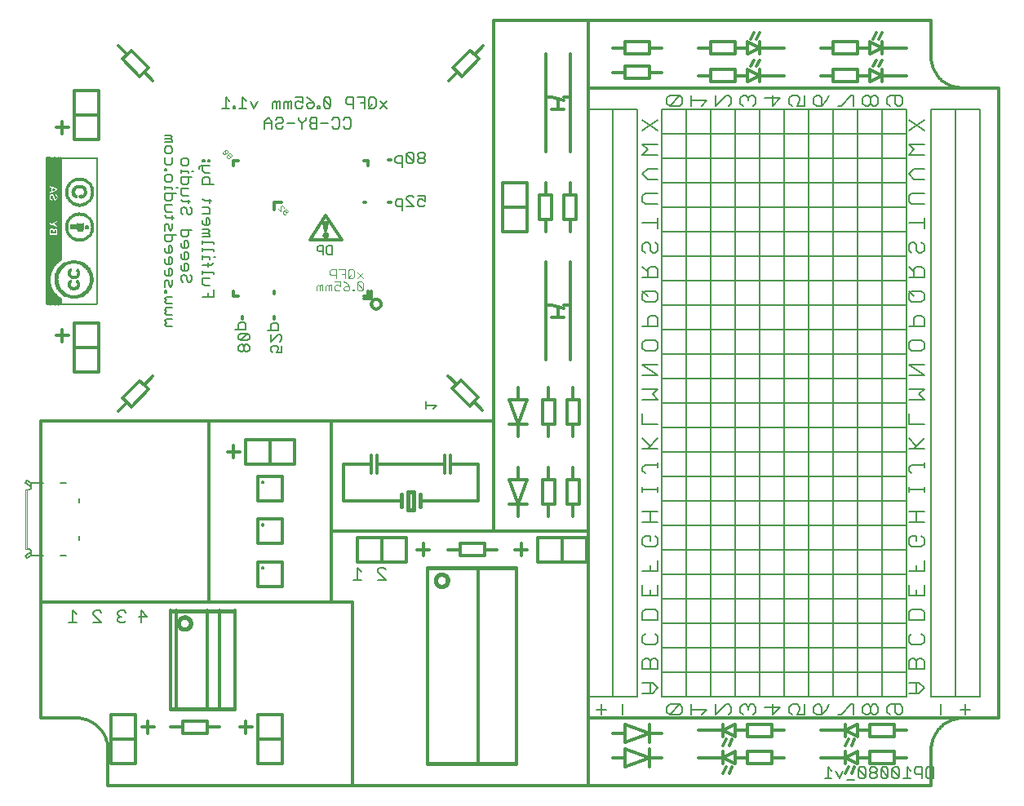
<source format=gbo>
G75*
G70*
%OFA0B0*%
%FSLAX24Y24*%
%IPPOS*%
%LPD*%
%AMOC8*
5,1,8,0,0,1.08239X$1,22.5*
%
%ADD10C,0.0060*%
%ADD11C,0.0120*%
%ADD12C,0.0160*%
%ADD13C,0.0050*%
%ADD14C,0.0070*%
%ADD15R,0.0015X0.6015*%
%ADD16R,0.0015X0.6045*%
%ADD17R,0.0015X0.4395*%
%ADD18R,0.0015X0.1620*%
%ADD19R,0.0015X0.2865*%
%ADD20R,0.0015X0.0210*%
%ADD21R,0.0015X0.0975*%
%ADD22R,0.0015X0.0075*%
%ADD23R,0.0015X0.0165*%
%ADD24R,0.0015X0.1170*%
%ADD25R,0.0015X0.0180*%
%ADD26R,0.0015X0.0945*%
%ADD27R,0.0015X0.0045*%
%ADD28R,0.0015X0.1035*%
%ADD29R,0.0015X0.1785*%
%ADD30R,0.0015X0.0930*%
%ADD31R,0.0015X0.0150*%
%ADD32R,0.0015X0.0885*%
%ADD33R,0.0015X0.1650*%
%ADD34R,0.0015X0.0060*%
%ADD35R,0.0015X0.0030*%
%ADD36R,0.0015X0.0135*%
%ADD37R,0.0015X0.1185*%
%ADD38R,0.0015X0.0810*%
%ADD39R,0.0015X0.1575*%
%ADD40R,0.0015X0.0120*%
%ADD41R,0.0015X0.0915*%
%ADD42R,0.0015X0.0765*%
%ADD43R,0.0015X0.1530*%
%ADD44R,0.0015X0.1200*%
%ADD45R,0.0015X0.0735*%
%ADD46R,0.0015X0.1485*%
%ADD47R,0.0015X0.0690*%
%ADD48R,0.0015X0.1455*%
%ADD49R,0.0015X0.1110*%
%ADD50R,0.0015X0.0660*%
%ADD51R,0.0015X0.1425*%
%ADD52R,0.0015X0.1080*%
%ADD53R,0.0015X0.1215*%
%ADD54R,0.0015X0.0630*%
%ADD55R,0.0015X0.1395*%
%ADD56R,0.0015X0.0090*%
%ADD57R,0.0015X0.1020*%
%ADD58R,0.0015X0.0600*%
%ADD59R,0.0015X0.1365*%
%ADD60R,0.0015X0.0960*%
%ADD61R,0.0015X0.0585*%
%ADD62R,0.0015X0.1335*%
%ADD63R,0.0015X0.1230*%
%ADD64R,0.0015X0.0555*%
%ADD65R,0.0015X0.1320*%
%ADD66R,0.0015X0.0540*%
%ADD67R,0.0015X0.1290*%
%ADD68R,0.0015X0.0885*%
%ADD69R,0.0015X0.0225*%
%ADD70R,0.0015X0.1245*%
%ADD71R,0.0015X0.0510*%
%ADD72R,0.0015X0.0300*%
%ADD73R,0.0015X0.1275*%
%ADD74R,0.0015X0.0105*%
%ADD75R,0.0015X0.0270*%
%ADD76R,0.0015X0.0015*%
%ADD77R,0.0015X0.0495*%
%ADD78R,0.0015X0.0435*%
%ADD79R,0.0015X0.1260*%
%ADD80R,0.0015X0.0855*%
%ADD81R,0.0015X0.0480*%
%ADD82R,0.0015X0.0525*%
%ADD83R,0.0015X0.0465*%
%ADD84R,0.0015X0.0600*%
%ADD85R,0.0015X0.0450*%
%ADD86R,0.0015X0.0675*%
%ADD87R,0.0015X0.0840*%
%ADD88R,0.0015X0.0420*%
%ADD89R,0.0015X0.0735*%
%ADD90R,0.0015X0.0405*%
%ADD91R,0.0015X0.0780*%
%ADD92R,0.0015X0.0825*%
%ADD93R,0.0015X0.1155*%
%ADD94R,0.0015X0.0195*%
%ADD95R,0.0015X0.0390*%
%ADD96R,0.0015X0.2670*%
%ADD97R,0.0015X0.0375*%
%ADD98R,0.0015X0.4320*%
%ADD99R,0.0015X0.0360*%
%ADD100R,0.0015X0.0330*%
%ADD101R,0.0015X0.4305*%
%ADD102R,0.0015X0.0345*%
%ADD103R,0.0015X0.4290*%
%ADD104R,0.0015X0.0330*%
%ADD105R,0.0015X0.4275*%
%ADD106R,0.0015X0.0255*%
%ADD107R,0.0015X0.4260*%
%ADD108R,0.0015X0.0315*%
%ADD109R,0.0015X0.0240*%
%ADD110R,0.0015X0.0300*%
%ADD111R,0.0015X0.4245*%
%ADD112R,0.0015X0.0285*%
%ADD113R,0.0015X0.4230*%
%ADD114R,0.0015X0.0270*%
%ADD115R,0.0015X0.4215*%
%ADD116R,0.0015X0.0060*%
%ADD117R,0.0015X0.0360*%
%ADD118R,0.0015X0.0450*%
%ADD119R,0.0015X0.0510*%
%ADD120R,0.0015X0.0570*%
%ADD121R,0.0015X0.0555*%
%ADD122R,0.0015X0.0615*%
%ADD123R,0.0015X0.0660*%
%ADD124R,0.0015X0.0345*%
%ADD125R,0.0015X0.0390*%
%ADD126R,0.0015X0.0315*%
%ADD127R,0.0015X0.0420*%
%ADD128R,0.0015X0.0465*%
%ADD129R,0.0015X0.0375*%
%ADD130R,0.0015X0.0285*%
%ADD131R,0.0015X0.0405*%
%ADD132R,0.0015X0.0870*%
%ADD133R,0.0015X0.0720*%
%ADD134R,0.0015X0.0645*%
%ADD135R,0.0015X0.0585*%
%ADD136R,0.0015X0.0495*%
%ADD137R,0.0015X0.0540*%
%ADD138R,0.0015X0.0480*%
%ADD139R,0.0015X0.6015*%
%ADD140R,0.0015X0.5985*%
%ADD141R,0.0015X0.5955*%
%ADD142R,0.0015X0.5895*%
%ADD143C,0.0040*%
%ADD144C,0.0030*%
D10*
X005898Y010197D02*
X006231Y010197D01*
X006064Y010197D02*
X006064Y010697D01*
X006231Y010530D01*
X006898Y010530D02*
X006898Y010614D01*
X006981Y010697D01*
X007148Y010697D01*
X007231Y010614D01*
X006898Y010530D02*
X007231Y010197D01*
X006898Y010197D01*
X007898Y010280D02*
X007981Y010197D01*
X008148Y010197D01*
X008231Y010280D01*
X008064Y010447D02*
X007981Y010447D01*
X007898Y010363D01*
X007898Y010280D01*
X007981Y010447D02*
X007898Y010530D01*
X007898Y010614D01*
X007981Y010697D01*
X008148Y010697D01*
X008231Y010614D01*
X008773Y010447D02*
X009106Y010447D01*
X008856Y010697D01*
X008856Y010197D01*
X005798Y012940D02*
X005561Y012940D01*
X004853Y012940D02*
X004361Y012940D01*
X004183Y012838D01*
X004124Y012940D01*
X004306Y013045D01*
X004361Y013058D02*
X004361Y012940D01*
X004361Y013058D02*
X004342Y013057D01*
X004324Y013052D01*
X004306Y013045D01*
X004361Y013058D02*
X004361Y013117D01*
X004359Y013132D01*
X004355Y013147D01*
X004348Y013161D01*
X004338Y013173D01*
X004326Y013183D01*
X004312Y013190D01*
X004297Y013194D01*
X004282Y013196D01*
X004266Y013196D01*
X006329Y013570D02*
X006329Y013728D01*
X006329Y015106D02*
X006329Y015263D01*
X005798Y015893D02*
X005561Y015893D01*
X004853Y015893D02*
X004361Y015893D01*
X004302Y015791D02*
X004321Y015782D01*
X004341Y015777D01*
X004361Y015775D01*
X004361Y015716D01*
X004361Y015775D02*
X004361Y015893D01*
X004183Y015995D01*
X004124Y015893D01*
X004302Y015791D01*
X004361Y015716D02*
X004359Y015701D01*
X004355Y015686D01*
X004348Y015672D01*
X004338Y015660D01*
X004326Y015650D01*
X004312Y015643D01*
X004297Y015639D01*
X004282Y015637D01*
X004266Y015637D01*
X012843Y021330D02*
X012916Y021257D01*
X012990Y021257D01*
X013063Y021330D01*
X013063Y021477D01*
X012990Y021550D01*
X012916Y021550D01*
X012843Y021477D01*
X012843Y021330D01*
X013063Y021330D02*
X013136Y021257D01*
X013210Y021257D01*
X013283Y021330D01*
X013283Y021477D01*
X013210Y021550D01*
X013136Y021550D01*
X013063Y021477D01*
X012916Y021717D02*
X013210Y022010D01*
X012916Y022010D01*
X012843Y021937D01*
X012843Y021790D01*
X012916Y021717D01*
X013210Y021717D01*
X013283Y021790D01*
X013283Y021937D01*
X013210Y022010D01*
X013136Y022177D02*
X012696Y022177D01*
X012843Y022177D02*
X012843Y022397D01*
X012916Y022471D01*
X013063Y022471D01*
X013136Y022397D01*
X013136Y022177D01*
X014019Y022140D02*
X014460Y022140D01*
X014460Y022360D01*
X014386Y022433D01*
X014239Y022433D01*
X014166Y022360D01*
X014166Y022140D01*
X014166Y021973D02*
X014166Y021679D01*
X014460Y021973D01*
X014533Y021973D01*
X014606Y021899D01*
X014606Y021753D01*
X014533Y021679D01*
X014606Y021513D02*
X014606Y021219D01*
X014386Y021219D01*
X014460Y021366D01*
X014460Y021439D01*
X014386Y021513D01*
X014239Y021513D01*
X014166Y021439D01*
X014166Y021292D01*
X014239Y021219D01*
X011817Y023510D02*
X011376Y023510D01*
X011596Y023510D02*
X011596Y023657D01*
X011817Y023510D02*
X011817Y023804D01*
X011670Y023971D02*
X011450Y023971D01*
X011376Y024044D01*
X011376Y024264D01*
X011670Y024264D01*
X011817Y024431D02*
X011817Y024504D01*
X011376Y024504D01*
X011376Y024431D02*
X011376Y024578D01*
X011376Y024811D02*
X011743Y024811D01*
X011817Y024885D01*
X011670Y025045D02*
X011670Y025118D01*
X011376Y025118D01*
X011376Y025045D02*
X011376Y025192D01*
X011376Y025352D02*
X011376Y025499D01*
X011376Y025425D02*
X011817Y025425D01*
X011817Y025352D01*
X011817Y025118D02*
X011890Y025118D01*
X011596Y024885D02*
X011596Y024738D01*
X010938Y024330D02*
X010938Y024184D01*
X010864Y024110D01*
X010791Y024110D01*
X010717Y024184D01*
X010717Y024330D01*
X010644Y024404D01*
X010571Y024404D01*
X010497Y024330D01*
X010497Y024184D01*
X010571Y024110D01*
X010864Y024404D02*
X010938Y024330D01*
X010717Y024571D02*
X010791Y024644D01*
X010791Y024791D01*
X010717Y024864D01*
X010644Y024864D01*
X010644Y024571D01*
X010571Y024571D02*
X010717Y024571D01*
X010571Y024571D02*
X010497Y024644D01*
X010497Y024791D01*
X010571Y025031D02*
X010497Y025104D01*
X010497Y025251D01*
X010644Y025324D02*
X010644Y025031D01*
X010571Y025031D02*
X010717Y025031D01*
X010791Y025104D01*
X010791Y025251D01*
X010717Y025324D01*
X010644Y025324D01*
X010644Y025491D02*
X010644Y025785D01*
X010717Y025785D01*
X010791Y025711D01*
X010791Y025565D01*
X010717Y025491D01*
X010571Y025491D01*
X010497Y025565D01*
X010497Y025711D01*
X010571Y025952D02*
X010497Y026025D01*
X010497Y026245D01*
X010938Y026245D01*
X010791Y026245D02*
X010791Y026025D01*
X010717Y025952D01*
X010571Y025952D01*
X010281Y026042D02*
X009840Y026042D01*
X009840Y025822D01*
X009914Y025749D01*
X010060Y025749D01*
X010134Y025822D01*
X010134Y026042D01*
X010060Y026209D02*
X010134Y026283D01*
X010134Y026503D01*
X009987Y026429D02*
X009987Y026283D01*
X010060Y026209D01*
X009840Y026209D02*
X009840Y026429D01*
X009914Y026503D01*
X009987Y026429D01*
X010134Y026670D02*
X010134Y026816D01*
X010207Y026743D02*
X009914Y026743D01*
X009840Y026816D01*
X009914Y026976D02*
X009840Y027050D01*
X009840Y027270D01*
X010134Y027270D01*
X010060Y027437D02*
X009914Y027437D01*
X009840Y027510D01*
X009840Y027730D01*
X010281Y027730D01*
X010134Y027730D02*
X010134Y027510D01*
X010060Y027437D01*
X010497Y027479D02*
X010571Y027406D01*
X010864Y027406D01*
X010791Y027333D02*
X010791Y027479D01*
X010791Y027640D02*
X010571Y027640D01*
X010497Y027713D01*
X010497Y027933D01*
X010791Y027933D01*
X010717Y028100D02*
X010791Y028173D01*
X010791Y028393D01*
X010938Y028393D02*
X010497Y028393D01*
X010497Y028173D01*
X010571Y028100D01*
X010717Y028100D01*
X010354Y027971D02*
X010281Y027971D01*
X010134Y027971D02*
X009840Y027971D01*
X009840Y028044D02*
X009840Y027897D01*
X010134Y027897D02*
X010134Y027971D01*
X010060Y028204D02*
X009914Y028204D01*
X009840Y028277D01*
X009840Y028424D01*
X009914Y028498D01*
X010060Y028498D01*
X010134Y028424D01*
X010134Y028277D01*
X010060Y028204D01*
X009914Y028664D02*
X009914Y028738D01*
X009840Y028738D01*
X009840Y028664D01*
X009914Y028664D01*
X009914Y028895D02*
X009840Y028968D01*
X009840Y029188D01*
X009914Y029355D02*
X009840Y029428D01*
X009840Y029575D01*
X009914Y029648D01*
X010060Y029648D01*
X010134Y029575D01*
X010134Y029428D01*
X010060Y029355D01*
X009914Y029355D01*
X010134Y029188D02*
X010134Y028968D01*
X010060Y028895D01*
X009914Y028895D01*
X010497Y028941D02*
X010571Y028867D01*
X010717Y028867D01*
X010791Y028941D01*
X010791Y029087D01*
X010717Y029161D01*
X010571Y029161D01*
X010497Y029087D01*
X010497Y028941D01*
X010497Y028707D02*
X010497Y028560D01*
X010497Y028634D02*
X010791Y028634D01*
X010791Y028560D01*
X010938Y028634D02*
X011011Y028634D01*
X011230Y028721D02*
X011230Y028794D01*
X011303Y028868D01*
X011670Y028868D01*
X011670Y029035D02*
X011596Y029035D01*
X011596Y029108D01*
X011670Y029108D01*
X011670Y029035D01*
X011450Y029035D02*
X011376Y029035D01*
X011376Y029108D01*
X011450Y029108D01*
X011450Y029035D01*
X011376Y028868D02*
X011376Y028648D01*
X011450Y028574D01*
X011670Y028574D01*
X011596Y028407D02*
X011670Y028334D01*
X011670Y028114D01*
X011817Y028114D02*
X011376Y028114D01*
X011376Y028334D01*
X011450Y028407D01*
X011596Y028407D01*
X011670Y027493D02*
X011670Y027347D01*
X011743Y027420D02*
X011450Y027420D01*
X011376Y027493D01*
X011376Y027180D02*
X011596Y027180D01*
X011670Y027106D01*
X011670Y026886D01*
X011376Y026886D01*
X011523Y026719D02*
X011523Y026426D01*
X011450Y026426D02*
X011596Y026426D01*
X011670Y026499D01*
X011670Y026646D01*
X011596Y026719D01*
X011523Y026719D01*
X011376Y026646D02*
X011376Y026499D01*
X011450Y026426D01*
X011376Y026259D02*
X011596Y026259D01*
X011670Y026186D01*
X011596Y026112D01*
X011376Y026112D01*
X011376Y025966D02*
X011670Y025966D01*
X011670Y026039D01*
X011596Y026112D01*
X011376Y025805D02*
X011376Y025659D01*
X011376Y025732D02*
X011817Y025732D01*
X011817Y025659D01*
X010864Y026872D02*
X010791Y026872D01*
X010717Y026946D01*
X010717Y027092D01*
X010644Y027166D01*
X010571Y027166D01*
X010497Y027092D01*
X010497Y026946D01*
X010571Y026872D01*
X010864Y026872D02*
X010938Y026946D01*
X010938Y027092D01*
X010864Y027166D01*
X010134Y026976D02*
X009914Y026976D01*
X009987Y025582D02*
X009987Y025288D01*
X010060Y025288D02*
X010134Y025362D01*
X010134Y025509D01*
X010060Y025582D01*
X009987Y025582D01*
X009840Y025509D02*
X009840Y025362D01*
X009914Y025288D01*
X010060Y025288D01*
X010060Y025122D02*
X009987Y025122D01*
X009987Y024828D01*
X010060Y024828D02*
X010134Y024901D01*
X010134Y025048D01*
X010060Y025122D01*
X009840Y025048D02*
X009840Y024901D01*
X009914Y024828D01*
X010060Y024828D01*
X010060Y024661D02*
X009987Y024661D01*
X009987Y024368D01*
X010060Y024368D02*
X010134Y024441D01*
X010134Y024588D01*
X010060Y024661D01*
X009840Y024588D02*
X009840Y024441D01*
X009914Y024368D01*
X010060Y024368D01*
X010134Y024201D02*
X010134Y023981D01*
X010060Y023907D01*
X009987Y023981D01*
X009987Y024128D01*
X009914Y024201D01*
X009840Y024128D01*
X009840Y023907D01*
X009840Y023751D02*
X009840Y023677D01*
X009914Y023677D01*
X009914Y023751D01*
X009840Y023751D01*
X009914Y023510D02*
X010134Y023510D01*
X009914Y023510D02*
X009840Y023437D01*
X009914Y023364D01*
X009840Y023290D01*
X009914Y023217D01*
X010134Y023217D01*
X010134Y023050D02*
X009914Y023050D01*
X009840Y022977D01*
X009914Y022903D01*
X009840Y022830D01*
X009914Y022757D01*
X010134Y022757D01*
X010134Y022590D02*
X009914Y022590D01*
X009840Y022516D01*
X009914Y022443D01*
X009840Y022370D01*
X009914Y022296D01*
X010134Y022296D01*
X019253Y027268D02*
X019326Y027194D01*
X019546Y027194D01*
X019546Y027047D02*
X019546Y027488D01*
X019326Y027488D01*
X019253Y027414D01*
X019253Y027268D01*
X019713Y027194D02*
X020007Y027194D01*
X019713Y027488D01*
X019713Y027561D01*
X019786Y027635D01*
X019933Y027635D01*
X020007Y027561D01*
X020173Y027635D02*
X020467Y027635D01*
X020467Y027414D01*
X020320Y027488D01*
X020247Y027488D01*
X020173Y027414D01*
X020173Y027268D01*
X020247Y027194D01*
X020394Y027194D01*
X020467Y027268D01*
X019535Y028812D02*
X019535Y029252D01*
X019315Y029252D01*
X019242Y029179D01*
X019242Y029032D01*
X019315Y028959D01*
X019535Y028959D01*
X019702Y029032D02*
X019776Y028959D01*
X019922Y028959D01*
X019996Y029032D01*
X019702Y029326D01*
X019702Y029032D01*
X019702Y029326D02*
X019776Y029399D01*
X019922Y029399D01*
X019996Y029326D01*
X019996Y029032D01*
X020163Y029032D02*
X020236Y028959D01*
X020383Y028959D01*
X020456Y029032D01*
X020456Y029105D01*
X020383Y029179D01*
X020236Y029179D01*
X020163Y029105D01*
X020163Y029032D01*
X020236Y029179D02*
X020163Y029252D01*
X020163Y029326D01*
X020236Y029399D01*
X020383Y029399D01*
X020456Y029326D01*
X020456Y029252D01*
X020383Y029179D01*
X017423Y030451D02*
X017350Y030377D01*
X017203Y030377D01*
X017130Y030451D01*
X016963Y030451D02*
X016890Y030377D01*
X016743Y030377D01*
X016670Y030451D01*
X016503Y030597D02*
X016209Y030597D01*
X016042Y030597D02*
X015822Y030597D01*
X015749Y030524D01*
X015749Y030451D01*
X015822Y030377D01*
X016042Y030377D01*
X016042Y030818D01*
X015822Y030818D01*
X015749Y030744D01*
X015749Y030671D01*
X015822Y030597D01*
X015582Y030744D02*
X015582Y030818D01*
X015582Y030744D02*
X015435Y030597D01*
X015435Y030377D01*
X015435Y030597D02*
X015288Y030744D01*
X015288Y030818D01*
X015122Y030597D02*
X014828Y030597D01*
X014661Y030671D02*
X014588Y030597D01*
X014441Y030597D01*
X014368Y030524D01*
X014368Y030451D01*
X014441Y030377D01*
X014588Y030377D01*
X014661Y030451D01*
X014661Y030671D02*
X014661Y030744D01*
X014588Y030818D01*
X014441Y030818D01*
X014368Y030744D01*
X014201Y030671D02*
X014054Y030818D01*
X013907Y030671D01*
X013907Y030377D01*
X013907Y030597D02*
X014201Y030597D01*
X014201Y030671D02*
X014201Y030377D01*
X014245Y031211D02*
X014245Y031431D01*
X014318Y031505D01*
X014392Y031431D01*
X014392Y031211D01*
X014539Y031211D02*
X014539Y031505D01*
X014465Y031505D01*
X014392Y031431D01*
X014705Y031431D02*
X014705Y031211D01*
X014852Y031211D02*
X014852Y031431D01*
X014779Y031505D01*
X014705Y031431D01*
X014852Y031431D02*
X014926Y031505D01*
X014999Y031505D01*
X014999Y031211D01*
X015166Y031285D02*
X015239Y031211D01*
X015386Y031211D01*
X015459Y031285D01*
X015459Y031431D02*
X015313Y031505D01*
X015239Y031505D01*
X015166Y031431D01*
X015166Y031285D01*
X015459Y031431D02*
X015459Y031652D01*
X015166Y031652D01*
X015626Y031652D02*
X015773Y031578D01*
X015920Y031431D01*
X015700Y031431D01*
X015626Y031358D01*
X015626Y031285D01*
X015700Y031211D01*
X015846Y031211D01*
X015920Y031285D01*
X015920Y031431D01*
X016076Y031285D02*
X016076Y031211D01*
X016150Y031211D01*
X016150Y031285D01*
X016076Y031285D01*
X016317Y031285D02*
X016390Y031211D01*
X016537Y031211D01*
X016610Y031285D01*
X016317Y031578D01*
X016317Y031285D01*
X016317Y031578D02*
X016390Y031652D01*
X016537Y031652D01*
X016610Y031578D01*
X016610Y031285D01*
X016743Y030818D02*
X016890Y030818D01*
X016963Y030744D01*
X016963Y030451D01*
X017130Y030744D02*
X017203Y030818D01*
X017350Y030818D01*
X017423Y030744D01*
X017423Y030451D01*
X016743Y030818D02*
X016670Y030744D01*
X017311Y031358D02*
X017531Y031358D01*
X017531Y031211D02*
X017531Y031652D01*
X017311Y031652D01*
X017237Y031578D01*
X017237Y031431D01*
X017311Y031358D01*
X017698Y031652D02*
X017991Y031652D01*
X017991Y031211D01*
X018158Y031211D02*
X018305Y031358D01*
X018378Y031211D02*
X018452Y031285D01*
X018452Y031578D01*
X018378Y031652D01*
X018231Y031652D01*
X018158Y031578D01*
X018158Y031285D01*
X018231Y031211D01*
X018378Y031211D01*
X018618Y031211D02*
X018912Y031505D01*
X018912Y031211D02*
X018618Y031505D01*
X017991Y031431D02*
X017844Y031431D01*
X013618Y031505D02*
X013471Y031211D01*
X013324Y031505D01*
X013158Y031505D02*
X013011Y031652D01*
X013011Y031211D01*
X013158Y031211D02*
X012864Y031211D01*
X012697Y031211D02*
X012624Y031211D01*
X012624Y031285D01*
X012697Y031285D01*
X012697Y031211D01*
X012467Y031211D02*
X012173Y031211D01*
X012320Y031211D02*
X012320Y031652D01*
X012467Y031505D01*
X010134Y030035D02*
X010060Y029962D01*
X009840Y029962D01*
X009840Y029815D02*
X010134Y029815D01*
X010134Y029889D01*
X010060Y029962D01*
X010134Y030035D02*
X010060Y030109D01*
X009840Y030109D01*
X020496Y019222D02*
X020496Y018928D01*
X020496Y019075D02*
X020936Y019075D01*
X020790Y018928D01*
X013795Y015935D02*
X013797Y015947D01*
X013802Y015958D01*
X013811Y015967D01*
X013822Y015972D01*
X013834Y015974D01*
X013846Y015972D01*
X013857Y015967D01*
X013866Y015958D01*
X013871Y015947D01*
X013873Y015935D01*
X013871Y015923D01*
X013866Y015912D01*
X013857Y015903D01*
X013846Y015898D01*
X013834Y015896D01*
X013822Y015898D01*
X013811Y015903D01*
X013802Y015912D01*
X013797Y015923D01*
X013795Y015935D01*
X013795Y014185D02*
X013797Y014197D01*
X013802Y014208D01*
X013811Y014217D01*
X013822Y014222D01*
X013834Y014224D01*
X013846Y014222D01*
X013857Y014217D01*
X013866Y014208D01*
X013871Y014197D01*
X013873Y014185D01*
X013871Y014173D01*
X013866Y014162D01*
X013857Y014153D01*
X013846Y014148D01*
X013834Y014146D01*
X013822Y014148D01*
X013811Y014153D01*
X013802Y014162D01*
X013797Y014173D01*
X013795Y014185D01*
X013795Y012435D02*
X013797Y012447D01*
X013802Y012458D01*
X013811Y012467D01*
X013822Y012472D01*
X013834Y012474D01*
X013846Y012472D01*
X013857Y012467D01*
X013866Y012458D01*
X013871Y012447D01*
X013873Y012435D01*
X013871Y012423D01*
X013866Y012412D01*
X013857Y012403D01*
X013846Y012398D01*
X013834Y012396D01*
X013822Y012398D01*
X013811Y012403D01*
X013802Y012412D01*
X013797Y012423D01*
X013795Y012435D01*
X017523Y011947D02*
X017856Y011947D01*
X017689Y011947D02*
X017689Y012447D01*
X017856Y012280D01*
X018523Y012280D02*
X018523Y012364D01*
X018606Y012447D01*
X018773Y012447D01*
X018856Y012364D01*
X018523Y012280D02*
X018856Y011947D01*
X018523Y011947D01*
X036784Y003840D02*
X037077Y003840D01*
X036930Y003840D02*
X036930Y004281D01*
X037077Y004134D01*
X037244Y004134D02*
X037391Y003840D01*
X037538Y004134D01*
X037704Y003767D02*
X037998Y003767D01*
X038165Y003914D02*
X038165Y004207D01*
X038458Y003914D01*
X038385Y003840D01*
X038238Y003840D01*
X038165Y003914D01*
X038458Y003914D02*
X038458Y004207D01*
X038385Y004281D01*
X038238Y004281D01*
X038165Y004207D01*
X038625Y004207D02*
X038625Y004134D01*
X038698Y004061D01*
X038845Y004061D01*
X038919Y004134D01*
X038919Y004207D01*
X038845Y004281D01*
X038698Y004281D01*
X038625Y004207D01*
X038698Y004061D02*
X038625Y003987D01*
X038625Y003914D01*
X038698Y003840D01*
X038845Y003840D01*
X038919Y003914D01*
X038919Y003987D01*
X038845Y004061D01*
X039085Y004207D02*
X039085Y003914D01*
X039159Y003840D01*
X039306Y003840D01*
X039379Y003914D01*
X039085Y004207D01*
X039159Y004281D01*
X039306Y004281D01*
X039379Y004207D01*
X039379Y003914D01*
X039546Y003914D02*
X039619Y003840D01*
X039766Y003840D01*
X039839Y003914D01*
X039546Y004207D01*
X039546Y003914D01*
X039839Y003914D02*
X039839Y004207D01*
X039766Y004281D01*
X039619Y004281D01*
X039546Y004207D01*
X040006Y003840D02*
X040300Y003840D01*
X040153Y003840D02*
X040153Y004281D01*
X040300Y004134D01*
X040466Y004207D02*
X040466Y004061D01*
X040540Y003987D01*
X040760Y003987D01*
X040760Y003840D02*
X040760Y004281D01*
X040540Y004281D01*
X040466Y004207D01*
X040927Y004207D02*
X041000Y004281D01*
X041220Y004281D01*
X041220Y003840D01*
X041000Y003840D01*
X040927Y003914D01*
X040927Y004207D01*
D11*
X017511Y003542D02*
X007511Y003542D01*
X007511Y005042D01*
X007636Y005417D02*
X007636Y006417D01*
X008636Y006417D01*
X008636Y005417D01*
X007636Y005417D01*
X007636Y004417D01*
X008636Y004417D01*
X008636Y005417D01*
X008886Y005917D02*
X009386Y005917D01*
X009136Y005667D02*
X009136Y006167D01*
X010063Y005917D02*
X010563Y005917D01*
X010563Y006167D01*
X011563Y006167D01*
X011563Y005917D01*
X012063Y005917D01*
X011563Y005917D02*
X011563Y005667D01*
X010563Y005667D01*
X010563Y005917D01*
X010313Y006622D02*
X010313Y007622D01*
X010313Y007646D02*
X010313Y008646D01*
X010313Y008670D02*
X010313Y009670D01*
X010313Y009693D02*
X010313Y010693D01*
X010063Y010693D02*
X010063Y009693D01*
X010063Y009670D02*
X010063Y008670D01*
X010063Y008646D02*
X010063Y007646D01*
X010063Y007622D02*
X010063Y006622D01*
X011563Y006622D02*
X011563Y007622D01*
X011563Y007646D02*
X011563Y008646D01*
X011563Y008670D02*
X011563Y009670D01*
X011563Y009693D02*
X011563Y010693D01*
X011636Y011042D02*
X011636Y018417D01*
X016636Y018417D01*
X023261Y018417D01*
X023261Y034792D01*
X027136Y034792D01*
X041136Y034792D01*
X041136Y033292D01*
X040136Y033667D02*
X039136Y033667D01*
X038636Y033917D01*
X038636Y033667D01*
X038136Y033667D01*
X038136Y033417D01*
X037136Y033417D01*
X037136Y033667D01*
X036636Y033667D01*
X037136Y033667D02*
X037136Y033917D01*
X038136Y033917D01*
X038136Y033667D01*
X038636Y033667D02*
X038636Y033417D01*
X039136Y033667D01*
X039136Y033417D01*
X039136Y033667D02*
X039136Y033917D01*
X039011Y034042D02*
X039136Y034292D01*
X038886Y034292D02*
X038761Y034042D01*
X038886Y033167D02*
X038761Y032917D01*
X038636Y032792D02*
X038636Y032542D01*
X038136Y032542D01*
X038136Y032292D01*
X037136Y032292D01*
X037136Y032542D01*
X036636Y032542D01*
X037136Y032542D02*
X037136Y032792D01*
X038136Y032792D01*
X038136Y032542D01*
X038636Y032542D02*
X038636Y032292D01*
X039136Y032542D01*
X038636Y032792D01*
X039011Y032917D02*
X039136Y033167D01*
X039136Y032792D02*
X039136Y032542D01*
X039136Y032292D01*
X039136Y032542D02*
X040136Y032542D01*
X042386Y032042D02*
X043886Y032042D01*
X043886Y006292D01*
X042511Y006292D01*
X027136Y006292D01*
X027136Y003542D01*
X041136Y003542D01*
X041136Y005042D01*
X040136Y004667D02*
X039636Y004667D01*
X039636Y004417D01*
X038636Y004417D01*
X038636Y004667D01*
X038136Y004667D01*
X038136Y004417D01*
X037636Y004667D01*
X038136Y004917D01*
X038136Y004667D01*
X038011Y004292D02*
X037886Y004042D01*
X037636Y004042D02*
X037761Y004292D01*
X037636Y004417D02*
X037636Y004667D01*
X037636Y004917D01*
X037636Y005167D02*
X037761Y005417D01*
X037636Y005542D02*
X037636Y005792D01*
X038136Y005542D01*
X038136Y005792D01*
X038636Y005792D01*
X038636Y006042D01*
X039636Y006042D01*
X039636Y005792D01*
X040136Y005792D01*
X039636Y005792D02*
X039636Y005542D01*
X038636Y005542D01*
X038636Y005792D01*
X038136Y005792D02*
X038136Y006042D01*
X037636Y005792D01*
X037636Y006042D01*
X037636Y005792D02*
X036636Y005792D01*
X037886Y005167D02*
X038011Y005417D01*
X038636Y004917D02*
X038636Y004667D01*
X038636Y004917D02*
X039636Y004917D01*
X039636Y004667D01*
X037636Y004667D02*
X036636Y004667D01*
X035136Y004667D02*
X034636Y004667D01*
X034636Y004417D01*
X033636Y004417D01*
X033636Y004667D01*
X033136Y004667D01*
X033136Y004417D01*
X032636Y004667D01*
X033136Y004917D01*
X033136Y004667D01*
X033011Y004292D02*
X032886Y004042D01*
X032636Y004042D02*
X032761Y004292D01*
X032636Y004417D02*
X032636Y004667D01*
X032636Y004917D01*
X032636Y005167D02*
X032761Y005417D01*
X032636Y005542D02*
X032636Y005792D01*
X033136Y005542D01*
X033136Y005792D01*
X033636Y005792D01*
X033636Y006042D01*
X034636Y006042D01*
X034636Y005792D01*
X035136Y005792D01*
X034636Y005792D02*
X034636Y005542D01*
X033636Y005542D01*
X033636Y005792D01*
X033136Y005792D02*
X033136Y006042D01*
X032636Y005792D01*
X032636Y006042D01*
X032636Y005792D02*
X031636Y005792D01*
X030136Y005667D02*
X029636Y005667D01*
X028636Y005292D01*
X028636Y005667D01*
X028136Y005667D01*
X028636Y005667D02*
X028636Y006042D01*
X029636Y005667D01*
X029636Y006042D01*
X029636Y005667D02*
X029636Y005292D01*
X029636Y005042D02*
X029636Y004667D01*
X028636Y004292D01*
X028636Y004667D01*
X028136Y004667D01*
X028636Y004667D02*
X028636Y005042D01*
X029636Y004667D01*
X029636Y004292D01*
X029636Y004667D02*
X030136Y004667D01*
X031636Y004667D02*
X032636Y004667D01*
X032886Y005167D02*
X033011Y005417D01*
X033636Y004917D02*
X033636Y004667D01*
X033636Y004917D02*
X034636Y004917D01*
X034636Y004667D01*
X027136Y003542D02*
X017511Y003542D01*
X017511Y011042D01*
X016636Y011042D01*
X011636Y011042D01*
X004761Y011042D01*
X012063Y010693D02*
X012063Y009693D01*
X012063Y009670D02*
X012063Y008670D01*
X012063Y008646D02*
X012063Y007646D01*
X012063Y007622D02*
X012063Y006622D01*
X012688Y006622D02*
X012688Y007622D01*
X012688Y007646D02*
X012688Y008646D01*
X012688Y008670D02*
X012688Y009670D01*
X012688Y009693D02*
X012688Y010693D01*
X013636Y011667D02*
X013636Y012667D01*
X014636Y012667D01*
X014636Y011667D01*
X013636Y011667D01*
X013636Y013417D02*
X013636Y014417D01*
X014636Y014417D01*
X014636Y013417D01*
X013636Y013417D01*
X013636Y015167D02*
X013636Y016167D01*
X014636Y016167D01*
X014636Y015167D01*
X013636Y015167D01*
X013136Y016667D02*
X013136Y017667D01*
X014136Y017667D01*
X014136Y016667D01*
X013136Y016667D01*
X012886Y017167D02*
X012386Y017167D01*
X012636Y016917D02*
X012636Y017417D01*
X011636Y018417D02*
X004761Y018417D01*
X004761Y006292D01*
X006136Y006292D01*
X006137Y006292D02*
X006208Y006293D01*
X006279Y006291D01*
X006350Y006284D01*
X006420Y006274D01*
X006490Y006260D01*
X006559Y006243D01*
X006627Y006221D01*
X006693Y006196D01*
X006759Y006168D01*
X006822Y006136D01*
X006884Y006100D01*
X006944Y006062D01*
X007001Y006020D01*
X007056Y005975D01*
X007109Y005927D01*
X007159Y005876D01*
X007206Y005823D01*
X007250Y005767D01*
X007291Y005709D01*
X007329Y005649D01*
X007364Y005587D01*
X007395Y005523D01*
X007423Y005457D01*
X007447Y005390D01*
X007467Y005322D01*
X007484Y005253D01*
X007497Y005183D01*
X007506Y005112D01*
X007512Y005042D01*
X012886Y005917D02*
X013386Y005917D01*
X013136Y005667D02*
X013136Y006167D01*
X013636Y006417D02*
X013636Y005417D01*
X014636Y005417D01*
X014636Y004417D01*
X013636Y004417D01*
X013636Y005417D01*
X014636Y005417D02*
X014636Y006417D01*
X013636Y006417D01*
X016636Y011042D02*
X016636Y013917D01*
X023261Y013917D01*
X027136Y013917D01*
X027136Y032042D01*
X027136Y034792D01*
X028636Y033917D02*
X029636Y033917D01*
X029636Y033667D01*
X030136Y033667D01*
X029636Y033667D02*
X029636Y033417D01*
X028636Y033417D01*
X028636Y033667D01*
X028136Y033667D01*
X028636Y033667D02*
X028636Y033917D01*
X028636Y032917D02*
X029636Y032917D01*
X029636Y032667D01*
X030136Y032667D01*
X029636Y032667D02*
X029636Y032417D01*
X028636Y032417D01*
X028636Y032667D01*
X028136Y032667D01*
X028636Y032667D02*
X028636Y032917D01*
X027136Y032042D02*
X042386Y032042D01*
X042318Y032044D01*
X042251Y032049D01*
X042184Y032058D01*
X042117Y032071D01*
X042052Y032088D01*
X041987Y032107D01*
X041923Y032131D01*
X041861Y032158D01*
X041800Y032188D01*
X041742Y032221D01*
X041685Y032257D01*
X041630Y032297D01*
X041577Y032339D01*
X041526Y032385D01*
X041479Y032432D01*
X041433Y032483D01*
X041391Y032536D01*
X041351Y032591D01*
X041315Y032648D01*
X041282Y032706D01*
X041252Y032767D01*
X041225Y032829D01*
X041201Y032893D01*
X041182Y032958D01*
X041165Y033023D01*
X041152Y033090D01*
X041143Y033157D01*
X041138Y033224D01*
X041136Y033292D01*
X035136Y033667D02*
X034136Y033667D01*
X033636Y033917D01*
X033636Y033667D01*
X033136Y033667D01*
X033136Y033417D01*
X032136Y033417D01*
X032136Y033667D01*
X031636Y033667D01*
X032136Y033667D02*
X032136Y033917D01*
X033136Y033917D01*
X033136Y033667D01*
X033636Y033667D02*
X033636Y033417D01*
X034136Y033667D01*
X034136Y033417D01*
X034136Y033667D02*
X034136Y033917D01*
X034011Y034042D02*
X034136Y034292D01*
X033886Y034292D02*
X033761Y034042D01*
X033886Y033167D02*
X033761Y032917D01*
X033636Y032792D02*
X034136Y032542D01*
X033636Y032292D01*
X033636Y032542D01*
X033136Y032542D01*
X033136Y032292D01*
X032136Y032292D01*
X032136Y032542D01*
X031636Y032542D01*
X032136Y032542D02*
X032136Y032792D01*
X033136Y032792D01*
X033136Y032542D01*
X033636Y032542D02*
X033636Y032792D01*
X034011Y032917D02*
X034136Y033167D01*
X034136Y032792D02*
X034136Y032542D01*
X034136Y032292D01*
X034136Y032542D02*
X035136Y032542D01*
X026386Y033417D02*
X026386Y029417D01*
X025386Y029417D02*
X025386Y033417D01*
X025386Y031667D02*
X025636Y031667D01*
X026136Y031542D01*
X026136Y031667D02*
X026386Y031667D01*
X025886Y031542D02*
X025886Y031167D01*
X025636Y031167D01*
X025886Y031167D02*
X026136Y031167D01*
X022667Y033218D02*
X022490Y033395D01*
X022843Y033749D01*
X022490Y033395D02*
X022313Y033572D01*
X021606Y032865D01*
X021783Y032688D01*
X021429Y032335D01*
X021783Y032688D02*
X021959Y032511D01*
X022667Y033218D01*
X019057Y029103D02*
X018959Y029103D01*
X018142Y029048D02*
X018142Y028857D01*
X018142Y029048D02*
X017952Y029048D01*
X017952Y027365D02*
X018043Y027365D01*
X018979Y027352D02*
X019077Y027352D01*
X017050Y025820D02*
X015770Y025820D01*
X016410Y026844D01*
X017050Y025820D01*
X016346Y026012D02*
X016348Y026027D01*
X016353Y026042D01*
X016362Y026054D01*
X016374Y026065D01*
X016387Y026072D01*
X016402Y026076D01*
X016418Y026076D01*
X016433Y026072D01*
X016446Y026065D01*
X016458Y026054D01*
X016467Y026042D01*
X016472Y026027D01*
X016474Y026012D01*
X016472Y025997D01*
X016467Y025982D01*
X016458Y025970D01*
X016446Y025959D01*
X016433Y025952D01*
X016418Y025948D01*
X016402Y025948D01*
X016387Y025952D01*
X016374Y025959D01*
X016362Y025970D01*
X016353Y025982D01*
X016348Y025997D01*
X016346Y026012D01*
X016410Y026204D02*
X016346Y026524D01*
X016474Y026524D01*
X016410Y026204D01*
X014612Y027365D02*
X014313Y027365D01*
X014313Y027066D01*
X012630Y028857D02*
X012630Y029048D01*
X012820Y029048D01*
X009343Y032335D02*
X008990Y032688D01*
X008813Y032511D01*
X008106Y033218D01*
X008283Y033395D01*
X007929Y033749D01*
X008283Y033395D02*
X008459Y033572D01*
X009167Y032865D01*
X008990Y032688D01*
X007136Y031917D02*
X007136Y030917D01*
X006136Y030917D01*
X006136Y031917D01*
X007136Y031917D01*
X007136Y030917D02*
X007136Y029917D01*
X006136Y029917D01*
X006136Y030917D01*
X005636Y030667D02*
X005636Y030167D01*
X005886Y030417D02*
X005386Y030417D01*
X012630Y023726D02*
X012630Y023536D01*
X012820Y023536D01*
X012998Y022697D02*
X012998Y022598D01*
X014314Y022594D02*
X014314Y022693D01*
X014313Y023635D02*
X014313Y023726D01*
X017952Y023536D02*
X018142Y023536D01*
X018142Y023726D01*
X018250Y023726D02*
X018250Y023428D01*
X017952Y023428D01*
X018275Y023206D02*
X018277Y023233D01*
X018283Y023260D01*
X018292Y023286D01*
X018305Y023310D01*
X018321Y023333D01*
X018340Y023352D01*
X018362Y023369D01*
X018386Y023383D01*
X018411Y023393D01*
X018438Y023400D01*
X018465Y023403D01*
X018493Y023402D01*
X018520Y023397D01*
X018546Y023389D01*
X018570Y023377D01*
X018593Y023361D01*
X018614Y023343D01*
X018631Y023322D01*
X018646Y023298D01*
X018657Y023273D01*
X018665Y023247D01*
X018669Y023220D01*
X018669Y023192D01*
X018665Y023165D01*
X018657Y023139D01*
X018646Y023114D01*
X018631Y023090D01*
X018614Y023069D01*
X018593Y023051D01*
X018571Y023035D01*
X018546Y023023D01*
X018520Y023015D01*
X018493Y023010D01*
X018465Y023009D01*
X018438Y023012D01*
X018411Y023019D01*
X018386Y023029D01*
X018362Y023043D01*
X018340Y023060D01*
X018321Y023079D01*
X018305Y023102D01*
X018292Y023126D01*
X018283Y023152D01*
X018277Y023179D01*
X018275Y023206D01*
X021399Y020279D02*
X021752Y019926D01*
X021929Y020102D01*
X022636Y019395D01*
X022459Y019218D01*
X022813Y018865D01*
X022459Y019218D02*
X022283Y019042D01*
X021576Y019749D01*
X021752Y019926D01*
X023886Y019292D02*
X024261Y019292D01*
X024261Y019792D01*
X024261Y019292D02*
X024636Y019292D01*
X024261Y018292D01*
X023886Y019292D01*
X023261Y018417D02*
X023261Y013917D01*
X022886Y013417D02*
X021886Y013417D01*
X021886Y013167D01*
X021386Y013167D01*
X021886Y013167D02*
X021886Y012917D01*
X022886Y012917D01*
X022886Y013167D01*
X023386Y013167D01*
X022886Y013167D02*
X022886Y013417D01*
X022636Y012417D02*
X022636Y011417D01*
X022636Y010417D01*
X022636Y009417D01*
X022636Y008417D01*
X022636Y007417D01*
X022636Y006417D01*
X022636Y005417D01*
X022636Y004417D01*
X024197Y004393D02*
X024197Y005440D01*
X024197Y005393D02*
X024197Y006440D01*
X024197Y006393D02*
X024197Y007440D01*
X024197Y007393D02*
X024197Y008440D01*
X024197Y008393D02*
X024197Y009440D01*
X024197Y009393D02*
X024197Y010440D01*
X024197Y010393D02*
X024197Y011440D01*
X024197Y011393D02*
X024197Y012440D01*
X024386Y012917D02*
X024386Y013417D01*
X024136Y013167D02*
X024636Y013167D01*
X025067Y013667D02*
X026067Y013667D01*
X026067Y012667D01*
X025067Y012667D01*
X025067Y013667D01*
X025511Y014542D02*
X025511Y015042D01*
X025261Y015042D01*
X025261Y016042D01*
X025511Y016042D01*
X025511Y016542D01*
X025511Y016042D02*
X025761Y016042D01*
X025761Y015042D01*
X025511Y015042D01*
X026261Y015042D02*
X026261Y016042D01*
X026511Y016042D01*
X026511Y016542D01*
X026511Y016042D02*
X026761Y016042D01*
X026761Y015042D01*
X026511Y015042D01*
X026511Y014542D01*
X027136Y013917D02*
X027136Y006292D01*
X020575Y006393D02*
X020575Y007440D01*
X020575Y007393D02*
X020575Y008440D01*
X020575Y008393D02*
X020575Y009440D01*
X020575Y009393D02*
X020575Y010440D01*
X020575Y010393D02*
X020575Y011440D01*
X020575Y011393D02*
X020575Y012440D01*
X020386Y012917D02*
X020386Y013417D01*
X020136Y013167D02*
X020636Y013167D01*
X019705Y013667D02*
X019705Y012667D01*
X018705Y012667D01*
X017705Y012667D01*
X017705Y013667D01*
X018705Y013667D01*
X018705Y012667D01*
X018705Y013667D02*
X019705Y013667D01*
X019511Y015167D02*
X017136Y015167D01*
X017136Y016667D01*
X018261Y016667D01*
X018261Y017042D01*
X018511Y017042D02*
X018511Y016667D01*
X021261Y016667D01*
X021261Y017042D01*
X021511Y017042D02*
X021511Y016667D01*
X022636Y016667D01*
X022636Y015167D01*
X020261Y015167D01*
X021261Y016292D02*
X021261Y016667D01*
X021511Y016667D02*
X021511Y016292D01*
X023886Y016042D02*
X024261Y016042D01*
X024261Y016542D01*
X024261Y016042D02*
X024636Y016042D01*
X024261Y015042D01*
X023886Y016042D01*
X023886Y015042D02*
X024261Y015042D01*
X024636Y015042D01*
X024261Y015042D02*
X024261Y014542D01*
X026067Y013667D02*
X027067Y013667D01*
X027067Y012667D01*
X026067Y012667D01*
X026261Y015042D02*
X026511Y015042D01*
X026511Y017792D02*
X026511Y018292D01*
X026261Y018292D01*
X026261Y019292D01*
X026511Y019292D01*
X026511Y019792D01*
X026511Y019292D02*
X026761Y019292D01*
X026761Y018292D01*
X026511Y018292D01*
X025761Y018292D02*
X025761Y019292D01*
X025511Y019292D01*
X025511Y019792D01*
X025511Y019292D02*
X025261Y019292D01*
X025261Y018292D01*
X025511Y018292D01*
X025511Y017792D01*
X025511Y018292D02*
X025761Y018292D01*
X024636Y018292D02*
X024261Y018292D01*
X023886Y018292D01*
X024261Y018292D02*
X024261Y017792D01*
X025386Y020917D02*
X025386Y024917D01*
X026386Y024917D02*
X026386Y020917D01*
X026136Y022667D02*
X025886Y022667D01*
X025886Y023042D01*
X026136Y023042D02*
X025636Y023167D01*
X025386Y023167D01*
X025636Y022667D02*
X025886Y022667D01*
X026136Y023167D02*
X026386Y023167D01*
X026386Y026167D02*
X026386Y026667D01*
X026136Y026667D01*
X026136Y027667D01*
X026386Y027667D01*
X026386Y028167D01*
X026386Y027667D02*
X026636Y027667D01*
X026636Y026667D01*
X026386Y026667D01*
X025636Y026667D02*
X025636Y027667D01*
X025386Y027667D01*
X025386Y028167D01*
X024636Y028167D02*
X024636Y027167D01*
X023636Y027167D01*
X023636Y028167D01*
X024636Y028167D01*
X025136Y027667D02*
X025386Y027667D01*
X025136Y027667D02*
X025136Y026667D01*
X025386Y026667D01*
X025386Y026167D01*
X024636Y026167D02*
X024636Y027167D01*
X025386Y026667D02*
X025636Y026667D01*
X024636Y026167D02*
X023636Y026167D01*
X023636Y027167D01*
X016636Y018417D02*
X016636Y013917D01*
X018261Y016292D02*
X018261Y016667D01*
X018511Y016667D02*
X018511Y016292D01*
X015136Y016667D02*
X014136Y016667D01*
X015136Y016667D02*
X015136Y017667D01*
X014136Y017667D01*
X009167Y019718D02*
X008459Y019011D01*
X008283Y019188D01*
X007929Y018835D01*
X008283Y019188D02*
X008106Y019365D01*
X008813Y020072D01*
X008990Y019895D01*
X009343Y020249D01*
X008990Y019895D02*
X009167Y019718D01*
X007136Y020417D02*
X007136Y021417D01*
X006136Y021417D01*
X006136Y022417D01*
X007136Y022417D01*
X007136Y021417D01*
X006136Y021417D02*
X006136Y020417D01*
X007136Y020417D01*
X005636Y021667D02*
X005636Y022167D01*
X005886Y021917D02*
X005386Y021917D01*
X020575Y006440D02*
X020575Y005393D01*
X020575Y005440D02*
X020575Y004393D01*
X041136Y005041D02*
X041142Y005112D01*
X041151Y005183D01*
X041164Y005253D01*
X041181Y005322D01*
X041201Y005390D01*
X041225Y005457D01*
X041253Y005523D01*
X041284Y005587D01*
X041319Y005649D01*
X041357Y005709D01*
X041398Y005767D01*
X041442Y005823D01*
X041489Y005876D01*
X041539Y005927D01*
X041592Y005975D01*
X041647Y006020D01*
X041704Y006062D01*
X041764Y006100D01*
X041826Y006136D01*
X041889Y006168D01*
X041955Y006196D01*
X042021Y006221D01*
X042089Y006243D01*
X042158Y006260D01*
X042228Y006274D01*
X042298Y006284D01*
X042369Y006291D01*
X042440Y006293D01*
X042512Y006292D01*
D12*
X024136Y004417D02*
X020636Y004417D01*
X012636Y006667D02*
X010136Y006667D01*
X010386Y010167D02*
X010388Y010198D01*
X010394Y010229D01*
X010404Y010259D01*
X010417Y010287D01*
X010434Y010314D01*
X010454Y010338D01*
X010477Y010360D01*
X010502Y010378D01*
X010530Y010393D01*
X010559Y010405D01*
X010589Y010413D01*
X010620Y010417D01*
X010652Y010417D01*
X010683Y010413D01*
X010713Y010405D01*
X010742Y010393D01*
X010770Y010378D01*
X010795Y010360D01*
X010818Y010338D01*
X010838Y010314D01*
X010855Y010287D01*
X010868Y010259D01*
X010878Y010229D01*
X010884Y010198D01*
X010886Y010167D01*
X010884Y010136D01*
X010878Y010105D01*
X010868Y010075D01*
X010855Y010047D01*
X010838Y010020D01*
X010818Y009996D01*
X010795Y009974D01*
X010770Y009956D01*
X010742Y009941D01*
X010713Y009929D01*
X010683Y009921D01*
X010652Y009917D01*
X010620Y009917D01*
X010589Y009921D01*
X010559Y009929D01*
X010530Y009941D01*
X010502Y009956D01*
X010477Y009974D01*
X010454Y009996D01*
X010434Y010020D01*
X010417Y010047D01*
X010404Y010075D01*
X010394Y010105D01*
X010388Y010136D01*
X010386Y010167D01*
X010136Y010667D02*
X012636Y010667D01*
X019511Y014917D02*
X019511Y015167D01*
X019511Y015417D01*
X019761Y015542D02*
X020011Y015542D01*
X020011Y014792D01*
X019761Y014792D01*
X019761Y015542D01*
X020261Y015417D02*
X020261Y015167D01*
X020261Y014917D01*
X020636Y012417D02*
X024136Y012417D01*
X020886Y011917D02*
X020888Y011948D01*
X020894Y011979D01*
X020904Y012009D01*
X020917Y012037D01*
X020934Y012064D01*
X020954Y012088D01*
X020977Y012110D01*
X021002Y012128D01*
X021030Y012143D01*
X021059Y012155D01*
X021089Y012163D01*
X021120Y012167D01*
X021152Y012167D01*
X021183Y012163D01*
X021213Y012155D01*
X021242Y012143D01*
X021270Y012128D01*
X021295Y012110D01*
X021318Y012088D01*
X021338Y012064D01*
X021355Y012037D01*
X021368Y012009D01*
X021378Y011979D01*
X021384Y011948D01*
X021386Y011917D01*
X021384Y011886D01*
X021378Y011855D01*
X021368Y011825D01*
X021355Y011797D01*
X021338Y011770D01*
X021318Y011746D01*
X021295Y011724D01*
X021270Y011706D01*
X021242Y011691D01*
X021213Y011679D01*
X021183Y011671D01*
X021152Y011667D01*
X021120Y011667D01*
X021089Y011671D01*
X021059Y011679D01*
X021030Y011691D01*
X021002Y011706D01*
X020977Y011724D01*
X020954Y011746D01*
X020934Y011770D01*
X020917Y011797D01*
X020904Y011825D01*
X020894Y011855D01*
X020888Y011886D01*
X020886Y011917D01*
D13*
X027136Y007167D02*
X027136Y031167D01*
X028136Y031167D01*
X028136Y007167D01*
X027136Y007167D01*
X028136Y007167D02*
X029136Y007167D01*
X029136Y031167D01*
X028136Y031167D01*
X030136Y031167D02*
X030136Y030167D01*
X040136Y030167D01*
X040136Y031167D01*
X030136Y031167D01*
X031136Y031167D02*
X031136Y007167D01*
X032136Y007167D02*
X032136Y031167D01*
X033136Y031167D02*
X033136Y007167D01*
X034136Y007167D02*
X034136Y031167D01*
X035136Y031167D02*
X035136Y007167D01*
X036136Y007167D02*
X036136Y031167D01*
X037136Y031167D02*
X037136Y007167D01*
X038136Y007167D02*
X038136Y031167D01*
X039136Y031167D02*
X039136Y007167D01*
X040136Y007167D02*
X040136Y008167D01*
X030136Y008167D01*
X030136Y009167D01*
X040136Y009167D01*
X040136Y010167D01*
X030136Y010167D01*
X030136Y011167D01*
X040136Y011167D01*
X040136Y012167D01*
X030136Y012167D01*
X030136Y013167D01*
X040136Y013167D01*
X040136Y014167D01*
X030136Y014167D01*
X030136Y015167D01*
X040136Y015167D01*
X040136Y016167D01*
X030136Y016167D01*
X030136Y017167D01*
X040136Y017167D01*
X040136Y018167D01*
X030136Y018167D01*
X030136Y019167D01*
X040136Y019167D01*
X040136Y020167D01*
X030136Y020167D01*
X030136Y021167D01*
X040136Y021167D01*
X040136Y022167D01*
X030136Y022167D01*
X030136Y023167D01*
X040136Y023167D01*
X040136Y024167D01*
X030136Y024167D01*
X030136Y025167D01*
X040136Y025167D01*
X040136Y026167D01*
X030136Y026167D01*
X030136Y027167D01*
X040136Y027167D01*
X040136Y028167D01*
X030136Y028167D01*
X030136Y029167D01*
X040136Y029167D01*
X040136Y030167D01*
X040136Y029167D02*
X040136Y028167D01*
X040136Y027167D02*
X040136Y026167D01*
X040136Y025167D02*
X040136Y024167D01*
X040136Y023167D02*
X040136Y022167D01*
X040136Y021167D02*
X040136Y020167D01*
X040136Y019167D02*
X040136Y018167D01*
X040136Y017167D02*
X040136Y016167D01*
X040136Y015167D02*
X040136Y014167D01*
X040136Y013167D02*
X040136Y012167D01*
X040136Y011167D02*
X040136Y010167D01*
X040136Y009167D02*
X040136Y008167D01*
X040136Y007167D02*
X030136Y007167D01*
X030136Y008167D01*
X030136Y009167D02*
X030136Y010167D01*
X030136Y011167D02*
X030136Y012167D01*
X030136Y013167D02*
X030136Y014167D01*
X030136Y015167D02*
X030136Y016167D01*
X030136Y017167D02*
X030136Y018167D01*
X030136Y019167D02*
X030136Y020167D01*
X030136Y021167D02*
X030136Y022167D01*
X030136Y023167D02*
X030136Y024167D01*
X030136Y025167D02*
X030136Y026167D01*
X030136Y027167D02*
X030136Y028167D01*
X030136Y029167D02*
X030136Y030167D01*
X041136Y031167D02*
X042136Y031167D01*
X043136Y031167D01*
X043136Y007167D01*
X042136Y007167D01*
X042136Y031167D01*
X041136Y031167D02*
X041136Y007167D01*
X042136Y007167D01*
X016658Y025235D02*
X016483Y025235D01*
X016425Y025293D01*
X016425Y025527D01*
X016483Y025585D01*
X016658Y025585D01*
X016658Y025235D01*
X016290Y025235D02*
X016290Y025585D01*
X016115Y025585D01*
X016057Y025527D01*
X016057Y025410D01*
X016115Y025352D01*
X016290Y025352D01*
D14*
X029346Y025412D02*
X029451Y025307D01*
X029346Y025412D02*
X029346Y025622D01*
X029451Y025728D01*
X029556Y025728D01*
X029661Y025622D01*
X029661Y025412D01*
X029767Y025307D01*
X029872Y025307D01*
X029977Y025412D01*
X029977Y025622D01*
X029872Y025728D01*
X029977Y026307D02*
X029977Y026728D01*
X029977Y026517D02*
X029346Y026517D01*
X029451Y027307D02*
X029346Y027412D01*
X029346Y027622D01*
X029451Y027728D01*
X029977Y027728D01*
X029977Y027307D02*
X029451Y027307D01*
X029556Y028307D02*
X029346Y028517D01*
X029556Y028728D01*
X029977Y028728D01*
X029977Y028307D02*
X029556Y028307D01*
X029346Y029307D02*
X029556Y029517D01*
X029346Y029728D01*
X029977Y029728D01*
X029977Y029307D02*
X029346Y029307D01*
X029346Y030307D02*
X029977Y030728D01*
X029977Y030307D02*
X029346Y030728D01*
X030346Y031412D02*
X030451Y031307D01*
X030872Y031728D01*
X030451Y031728D01*
X030346Y031622D01*
X030346Y031412D01*
X030451Y031307D02*
X030872Y031307D01*
X030977Y031412D01*
X030977Y031622D01*
X030872Y031728D01*
X031346Y031728D02*
X031346Y031307D01*
X031346Y031517D02*
X031977Y031517D01*
X031767Y031307D01*
X032346Y031307D02*
X032767Y031728D01*
X032872Y031728D01*
X032977Y031622D01*
X032977Y031412D01*
X032872Y031307D01*
X033346Y031412D02*
X033451Y031307D01*
X033346Y031412D02*
X033346Y031622D01*
X033451Y031728D01*
X033556Y031728D01*
X033661Y031622D01*
X033661Y031517D01*
X033661Y031622D02*
X033767Y031728D01*
X033872Y031728D01*
X033977Y031622D01*
X033977Y031412D01*
X033872Y031307D01*
X034346Y031622D02*
X034977Y031622D01*
X034661Y031307D01*
X034661Y031728D01*
X035346Y031622D02*
X035346Y031412D01*
X035451Y031307D01*
X035661Y031307D02*
X035767Y031517D01*
X035767Y031622D01*
X035661Y031728D01*
X035451Y031728D01*
X035346Y031622D01*
X035661Y031307D02*
X035977Y031307D01*
X035977Y031728D01*
X036346Y031622D02*
X036346Y031412D01*
X036451Y031307D01*
X036661Y031307D01*
X036661Y031622D01*
X036556Y031728D01*
X036451Y031728D01*
X036346Y031622D01*
X036661Y031307D02*
X036872Y031517D01*
X036977Y031728D01*
X037346Y031307D02*
X037451Y031307D01*
X037872Y031728D01*
X037977Y031728D01*
X037977Y031307D01*
X038346Y031412D02*
X038346Y031622D01*
X038451Y031728D01*
X038556Y031728D01*
X038661Y031622D01*
X038661Y031412D01*
X038767Y031307D01*
X038872Y031307D01*
X038977Y031412D01*
X038977Y031622D01*
X038872Y031728D01*
X038767Y031728D01*
X038661Y031622D01*
X038661Y031412D02*
X038556Y031307D01*
X038451Y031307D01*
X038346Y031412D01*
X039346Y031412D02*
X039346Y031622D01*
X039451Y031728D01*
X039872Y031728D01*
X039977Y031622D01*
X039977Y031412D01*
X039872Y031307D01*
X039767Y031307D01*
X039661Y031412D01*
X039661Y031728D01*
X039346Y031412D02*
X039451Y031307D01*
X040221Y030728D02*
X040852Y030307D01*
X040852Y030728D02*
X040221Y030307D01*
X040221Y029728D02*
X040852Y029728D01*
X040852Y029307D02*
X040221Y029307D01*
X040431Y029517D01*
X040221Y029728D01*
X040431Y028728D02*
X040221Y028517D01*
X040431Y028307D01*
X040852Y028307D01*
X040852Y028728D02*
X040431Y028728D01*
X040326Y027728D02*
X040852Y027728D01*
X040852Y027307D02*
X040326Y027307D01*
X040221Y027412D01*
X040221Y027622D01*
X040326Y027728D01*
X040852Y026728D02*
X040852Y026307D01*
X040852Y026517D02*
X040221Y026517D01*
X040326Y025728D02*
X040221Y025622D01*
X040221Y025412D01*
X040326Y025307D01*
X040536Y025412D02*
X040536Y025622D01*
X040431Y025728D01*
X040326Y025728D01*
X040536Y025412D02*
X040642Y025307D01*
X040747Y025307D01*
X040852Y025412D01*
X040852Y025622D01*
X040747Y025728D01*
X040747Y024728D02*
X040536Y024728D01*
X040431Y024622D01*
X040431Y024307D01*
X040221Y024307D02*
X040852Y024307D01*
X040852Y024622D01*
X040747Y024728D01*
X040431Y024517D02*
X040221Y024728D01*
X040221Y023728D02*
X040431Y023517D01*
X040221Y023412D02*
X040326Y023307D01*
X040747Y023307D01*
X040852Y023412D01*
X040852Y023622D01*
X040747Y023728D01*
X040326Y023728D01*
X040221Y023622D01*
X040221Y023412D01*
X040536Y022728D02*
X040431Y022622D01*
X040431Y022307D01*
X040221Y022307D02*
X040852Y022307D01*
X040852Y022622D01*
X040747Y022728D01*
X040536Y022728D01*
X040326Y021728D02*
X040747Y021728D01*
X040852Y021622D01*
X040852Y021412D01*
X040747Y021307D01*
X040326Y021307D01*
X040221Y021412D01*
X040221Y021622D01*
X040326Y021728D01*
X040221Y020728D02*
X040852Y020728D01*
X040852Y020307D02*
X040221Y020307D01*
X040221Y020728D02*
X040852Y020307D01*
X040852Y019728D02*
X040221Y019728D01*
X040221Y019307D02*
X040852Y019307D01*
X040642Y019517D01*
X040852Y019728D01*
X040221Y018728D02*
X040221Y018307D01*
X040852Y018307D01*
X040852Y017728D02*
X040431Y017307D01*
X040536Y017412D02*
X040221Y017728D01*
X040221Y017307D02*
X040852Y017307D01*
X040852Y016728D02*
X040852Y016517D01*
X040852Y016622D02*
X040326Y016622D01*
X040221Y016517D01*
X040221Y016412D01*
X040326Y016307D01*
X040221Y015732D02*
X040221Y015522D01*
X040221Y015627D02*
X040852Y015627D01*
X040852Y015522D02*
X040852Y015732D01*
X040852Y014728D02*
X040221Y014728D01*
X040536Y014728D02*
X040536Y014307D01*
X040221Y014307D02*
X040852Y014307D01*
X040747Y013728D02*
X040852Y013622D01*
X040852Y013412D01*
X040747Y013307D01*
X040326Y013307D01*
X040221Y013412D01*
X040221Y013622D01*
X040326Y013728D01*
X040536Y013728D01*
X040536Y013517D01*
X040852Y012728D02*
X040852Y012307D01*
X040221Y012307D01*
X040536Y012307D02*
X040536Y012517D01*
X040221Y011728D02*
X040221Y011307D01*
X040852Y011307D01*
X040852Y011728D01*
X040536Y011517D02*
X040536Y011307D01*
X040326Y010728D02*
X040747Y010728D01*
X040852Y010622D01*
X040852Y010307D01*
X040221Y010307D01*
X040221Y010622D01*
X040326Y010728D01*
X040326Y009728D02*
X040221Y009622D01*
X040221Y009412D01*
X040326Y009307D01*
X040747Y009307D01*
X040852Y009412D01*
X040852Y009622D01*
X040747Y009728D01*
X040747Y008728D02*
X040642Y008728D01*
X040536Y008622D01*
X040536Y008307D01*
X040221Y008307D02*
X040852Y008307D01*
X040852Y008622D01*
X040747Y008728D01*
X040536Y008622D02*
X040431Y008728D01*
X040326Y008728D01*
X040221Y008622D01*
X040221Y008307D01*
X040221Y007728D02*
X040642Y007728D01*
X040852Y007517D01*
X040642Y007307D01*
X040221Y007307D01*
X040536Y007307D02*
X040536Y007728D01*
X039872Y006853D02*
X039451Y006853D01*
X039346Y006747D01*
X039346Y006537D01*
X039451Y006432D01*
X039661Y006537D02*
X039661Y006853D01*
X039872Y006853D02*
X039977Y006747D01*
X039977Y006537D01*
X039872Y006432D01*
X039767Y006432D01*
X039661Y006537D01*
X038977Y006537D02*
X038977Y006747D01*
X038872Y006853D01*
X038767Y006853D01*
X038661Y006747D01*
X038661Y006537D01*
X038767Y006432D01*
X038872Y006432D01*
X038977Y006537D01*
X038661Y006537D02*
X038556Y006432D01*
X038451Y006432D01*
X038346Y006537D01*
X038346Y006747D01*
X038451Y006853D01*
X038556Y006853D01*
X038661Y006747D01*
X037977Y006853D02*
X037872Y006853D01*
X037451Y006432D01*
X037346Y006432D01*
X036872Y006642D02*
X036977Y006853D01*
X036872Y006642D02*
X036661Y006432D01*
X036661Y006747D01*
X036556Y006853D01*
X036451Y006853D01*
X036346Y006747D01*
X036346Y006537D01*
X036451Y006432D01*
X036661Y006432D01*
X035977Y006432D02*
X035977Y006853D01*
X035767Y006747D02*
X035661Y006853D01*
X035451Y006853D01*
X035346Y006747D01*
X035346Y006537D01*
X035451Y006432D01*
X035661Y006432D02*
X035767Y006642D01*
X035767Y006747D01*
X035661Y006432D02*
X035977Y006432D01*
X034977Y006747D02*
X034661Y006432D01*
X034661Y006853D01*
X034346Y006747D02*
X034977Y006747D01*
X033977Y006747D02*
X033872Y006853D01*
X033767Y006853D01*
X033661Y006747D01*
X033556Y006853D01*
X033451Y006853D01*
X033346Y006747D01*
X033346Y006537D01*
X033451Y006432D01*
X033661Y006642D02*
X033661Y006747D01*
X033977Y006747D02*
X033977Y006537D01*
X033872Y006432D01*
X032977Y006537D02*
X032872Y006432D01*
X032977Y006537D02*
X032977Y006747D01*
X032872Y006853D01*
X032767Y006853D01*
X032346Y006432D01*
X032346Y006853D01*
X031977Y006642D02*
X031346Y006642D01*
X031346Y006432D02*
X031346Y006853D01*
X030977Y006747D02*
X030872Y006853D01*
X030451Y006432D01*
X030346Y006537D01*
X030346Y006747D01*
X030451Y006853D01*
X030872Y006853D01*
X030977Y006747D02*
X030977Y006537D01*
X030872Y006432D01*
X030451Y006432D01*
X029767Y007307D02*
X029977Y007517D01*
X029767Y007728D01*
X029346Y007728D01*
X029661Y007728D02*
X029661Y007307D01*
X029767Y007307D02*
X029346Y007307D01*
X028536Y006853D02*
X028536Y006432D01*
X027872Y006642D02*
X027451Y006642D01*
X027661Y006432D02*
X027661Y006853D01*
X029346Y008307D02*
X029346Y008622D01*
X029451Y008728D01*
X029556Y008728D01*
X029661Y008622D01*
X029661Y008307D01*
X029346Y008307D02*
X029977Y008307D01*
X029977Y008622D01*
X029872Y008728D01*
X029767Y008728D01*
X029661Y008622D01*
X029451Y009307D02*
X029346Y009412D01*
X029346Y009622D01*
X029451Y009728D01*
X029872Y009728D02*
X029977Y009622D01*
X029977Y009412D01*
X029872Y009307D01*
X029451Y009307D01*
X029346Y010307D02*
X029346Y010622D01*
X029451Y010728D01*
X029872Y010728D01*
X029977Y010622D01*
X029977Y010307D01*
X029346Y010307D01*
X029346Y011307D02*
X029346Y011728D01*
X029661Y011517D02*
X029661Y011307D01*
X029346Y011307D02*
X029977Y011307D01*
X029977Y011728D01*
X029977Y012307D02*
X029346Y012307D01*
X029661Y012307D02*
X029661Y012517D01*
X029977Y012307D02*
X029977Y012728D01*
X029872Y013307D02*
X029451Y013307D01*
X029346Y013412D01*
X029346Y013622D01*
X029451Y013728D01*
X029661Y013728D01*
X029661Y013517D01*
X029872Y013307D02*
X029977Y013412D01*
X029977Y013622D01*
X029872Y013728D01*
X029977Y014307D02*
X029346Y014307D01*
X029661Y014307D02*
X029661Y014728D01*
X029346Y014728D02*
X029977Y014728D01*
X029977Y015522D02*
X029977Y015732D01*
X029977Y015627D02*
X029346Y015627D01*
X029346Y015522D02*
X029346Y015732D01*
X029451Y016307D02*
X029346Y016412D01*
X029346Y016517D01*
X029451Y016622D01*
X029977Y016622D01*
X029977Y016517D02*
X029977Y016728D01*
X029977Y017307D02*
X029346Y017307D01*
X029556Y017307D02*
X029977Y017728D01*
X029661Y017412D02*
X029346Y017728D01*
X029346Y018307D02*
X029346Y018728D01*
X029346Y018307D02*
X029977Y018307D01*
X029977Y019307D02*
X029346Y019307D01*
X029346Y019728D02*
X029977Y019728D01*
X029767Y019517D01*
X029977Y019307D01*
X029977Y020307D02*
X029346Y020307D01*
X029346Y020728D02*
X029977Y020728D01*
X029977Y020307D02*
X029346Y020728D01*
X029451Y021307D02*
X029346Y021412D01*
X029346Y021622D01*
X029451Y021728D01*
X029872Y021728D01*
X029977Y021622D01*
X029977Y021412D01*
X029872Y021307D01*
X029451Y021307D01*
X029346Y022307D02*
X029977Y022307D01*
X029977Y022622D01*
X029872Y022728D01*
X029661Y022728D01*
X029556Y022622D01*
X029556Y022307D01*
X029451Y023307D02*
X029346Y023412D01*
X029346Y023622D01*
X029451Y023728D01*
X029872Y023728D01*
X029977Y023622D01*
X029977Y023412D01*
X029872Y023307D01*
X029451Y023307D01*
X029556Y023517D02*
X029346Y023728D01*
X029346Y024307D02*
X029977Y024307D01*
X029977Y024622D01*
X029872Y024728D01*
X029661Y024728D01*
X029556Y024622D01*
X029556Y024307D01*
X029556Y024517D02*
X029346Y024728D01*
X032346Y031307D02*
X032346Y031728D01*
X037977Y006853D02*
X037977Y006432D01*
X041536Y006432D02*
X041536Y006853D01*
X042326Y006642D02*
X042747Y006642D01*
X042536Y006432D02*
X042536Y006853D01*
X031977Y006642D02*
X031767Y006432D01*
D15*
X005011Y026182D03*
D16*
X005026Y026182D03*
X005041Y026182D03*
X005056Y026182D03*
X005071Y026182D03*
X005086Y026182D03*
X005101Y026182D03*
X005116Y026182D03*
D17*
X005131Y025357D03*
D18*
X005131Y028394D03*
X005476Y028394D03*
D19*
X005161Y024592D03*
X005146Y024592D03*
D20*
X005641Y024734D03*
X005911Y024449D03*
X006631Y024719D03*
X006646Y024704D03*
X006646Y023714D03*
X005911Y023999D03*
X005626Y023714D03*
X005611Y023729D03*
X005641Y023699D03*
X005146Y026339D03*
X005926Y026639D03*
X006811Y026624D03*
X006811Y027509D03*
X006061Y027779D03*
D21*
X005146Y027007D03*
D22*
X005401Y026482D03*
X005386Y026332D03*
X005401Y026317D03*
X005416Y026317D03*
X006586Y026347D03*
X006361Y027592D03*
X005281Y027727D03*
X005146Y027682D03*
X005266Y027877D03*
X005281Y027877D03*
X006031Y024577D03*
X006031Y024127D03*
D23*
X006016Y024322D03*
X006001Y024337D03*
X006271Y024562D03*
X006361Y024892D03*
X006316Y024907D03*
X006406Y024877D03*
X006436Y024862D03*
X006451Y024862D03*
X006466Y024847D03*
X006496Y024832D03*
X005896Y024892D03*
X005866Y024877D03*
X005851Y024877D03*
X005836Y024862D03*
X005821Y024862D03*
X005806Y024847D03*
X005791Y024847D03*
X005776Y024832D03*
X005746Y024817D03*
X006271Y024112D03*
X006256Y023872D03*
X006016Y023872D03*
X005851Y023557D03*
X005836Y023557D03*
X005821Y023572D03*
X005806Y023572D03*
X005791Y023587D03*
X005761Y023602D03*
X005881Y023542D03*
X005926Y023527D03*
X006346Y023527D03*
X006391Y023542D03*
X006421Y023557D03*
X006436Y023557D03*
X006451Y023572D03*
X006481Y023587D03*
X006766Y026002D03*
X006661Y026347D03*
X006646Y026347D03*
X006766Y026692D03*
X006751Y026707D03*
X005986Y026722D03*
X005971Y026707D03*
X005311Y026332D03*
X005176Y026362D03*
X005956Y026017D03*
X005971Y026002D03*
X005986Y025987D03*
X005971Y027427D03*
X006196Y027622D03*
X006406Y027592D03*
X006526Y027622D03*
X006751Y027427D03*
X006766Y027442D03*
X006526Y027952D03*
X006511Y027967D03*
X006481Y027982D03*
X006241Y027982D03*
X006211Y027967D03*
X006196Y027952D03*
X005986Y028147D03*
X005971Y028132D03*
X005326Y027712D03*
X005161Y027877D03*
X005146Y027877D03*
X006751Y028147D03*
X006766Y028132D03*
D24*
X005176Y028619D03*
X005161Y028619D03*
X005146Y028619D03*
X005446Y025439D03*
D25*
X005761Y024824D03*
X005731Y024809D03*
X005716Y024794D03*
X006361Y024449D03*
X006541Y024794D03*
X006556Y024794D03*
X006571Y024779D03*
X006526Y024809D03*
X006511Y024824D03*
X006481Y024839D03*
X006916Y024209D03*
X006361Y023999D03*
X006001Y023879D03*
X005776Y023594D03*
X005746Y023609D03*
X005731Y023624D03*
X006466Y023579D03*
X006496Y023594D03*
X006511Y023609D03*
X006526Y023609D03*
X006541Y023624D03*
X006556Y023639D03*
X006781Y026024D03*
X006256Y026354D03*
X006241Y026354D03*
X006226Y026354D03*
X006211Y026354D03*
X006196Y026354D03*
X006181Y026354D03*
X006166Y026354D03*
X006151Y026354D03*
X006136Y026354D03*
X006121Y026354D03*
X006106Y026354D03*
X006091Y026354D03*
X006076Y026354D03*
X006061Y026354D03*
X006046Y026354D03*
X006031Y026354D03*
X006016Y026354D03*
X006001Y026354D03*
X005941Y026039D03*
X005956Y026684D03*
X006781Y026669D03*
X006796Y026654D03*
X006781Y027464D03*
X006541Y027644D03*
X006181Y027629D03*
X005956Y027449D03*
X006181Y027944D03*
X005956Y028109D03*
X005941Y028094D03*
X005446Y027749D03*
X006781Y028109D03*
X005161Y026354D03*
D26*
X005161Y026992D03*
D27*
X005371Y026482D03*
X006736Y026347D03*
X006346Y027592D03*
X005416Y027562D03*
X005236Y027727D03*
X005221Y027727D03*
X005206Y027727D03*
X005176Y027712D03*
X005161Y027697D03*
X005311Y027877D03*
X005326Y027877D03*
X006226Y024562D03*
X006226Y024112D03*
D28*
X005176Y023677D03*
D29*
X005176Y025132D03*
D30*
X005176Y026984D03*
X005191Y026984D03*
X005311Y026999D03*
D31*
X005461Y026474D03*
X005326Y026324D03*
X005266Y026369D03*
X005206Y026369D03*
X005191Y026369D03*
X006001Y026729D03*
X006016Y026744D03*
X006046Y026774D03*
X006046Y027359D03*
X006031Y027374D03*
X006016Y027389D03*
X006001Y027404D03*
X005986Y027419D03*
X006211Y027614D03*
X006226Y027599D03*
X006241Y027599D03*
X006256Y027599D03*
X006451Y027599D03*
X006466Y027599D03*
X006481Y027599D03*
X006511Y027614D03*
X006661Y027779D03*
X006496Y027974D03*
X006466Y027989D03*
X006451Y027989D03*
X006421Y028004D03*
X006406Y028004D03*
X006391Y028004D03*
X006376Y028004D03*
X006361Y028004D03*
X006346Y028004D03*
X006331Y028004D03*
X006316Y028004D03*
X006301Y028004D03*
X006286Y027989D03*
X006271Y027989D03*
X006256Y027989D03*
X006226Y027974D03*
X006016Y028184D03*
X006001Y028169D03*
X006031Y028199D03*
X006691Y028199D03*
X006706Y028184D03*
X006721Y028169D03*
X006736Y028154D03*
X006736Y027404D03*
X006721Y027389D03*
X006706Y027374D03*
X006706Y026759D03*
X006721Y026744D03*
X006736Y026729D03*
X006691Y026354D03*
X006676Y026354D03*
X006631Y026354D03*
X006751Y025994D03*
X006736Y025979D03*
X006721Y025964D03*
X006706Y025949D03*
X006691Y025934D03*
X006001Y025964D03*
X006091Y024929D03*
X006106Y024929D03*
X006121Y024929D03*
X006136Y024929D03*
X006151Y024929D03*
X006166Y024929D03*
X006181Y024929D03*
X006256Y024914D03*
X006271Y024914D03*
X006286Y024914D03*
X006301Y024914D03*
X006331Y024899D03*
X006346Y024899D03*
X006376Y024884D03*
X006391Y024884D03*
X006421Y024869D03*
X006001Y024914D03*
X005986Y024914D03*
X005971Y024914D03*
X005956Y024914D03*
X005941Y024899D03*
X005926Y024899D03*
X005911Y024899D03*
X005881Y024884D03*
X006001Y024584D03*
X006031Y024314D03*
X006046Y024299D03*
X006061Y024299D03*
X006211Y024299D03*
X006241Y024314D03*
X006256Y024329D03*
X006001Y024119D03*
X006031Y023849D03*
X006046Y023849D03*
X006061Y023849D03*
X006106Y023834D03*
X006121Y023834D03*
X006136Y023834D03*
X006151Y023834D03*
X006166Y023834D03*
X006211Y023849D03*
X006226Y023849D03*
X006241Y023864D03*
X006301Y023519D03*
X006316Y023519D03*
X006331Y023519D03*
X006361Y023534D03*
X006376Y023534D03*
X006406Y023549D03*
X006286Y023504D03*
X006271Y023504D03*
X006256Y023504D03*
X006241Y023504D03*
X006226Y023504D03*
X006211Y023504D03*
X006196Y023504D03*
X006136Y023489D03*
X006076Y023504D03*
X006061Y023504D03*
X006046Y023504D03*
X006031Y023504D03*
X006016Y023504D03*
X006001Y023504D03*
X005986Y023504D03*
X005971Y023519D03*
X005956Y023519D03*
X005941Y023519D03*
X005911Y023534D03*
X005896Y023534D03*
X005866Y023549D03*
X005431Y027749D03*
X005176Y027884D03*
D32*
X005191Y023602D03*
D33*
X005191Y025199D03*
D34*
X005446Y026294D03*
X005431Y026309D03*
X005386Y026474D03*
X005191Y027569D03*
X005251Y027734D03*
X005266Y027734D03*
X005296Y027884D03*
X005641Y029174D03*
X005656Y029174D03*
X005671Y029174D03*
X005686Y029174D03*
X005701Y029174D03*
X005716Y029174D03*
X005731Y029174D03*
X005746Y029174D03*
X005761Y029174D03*
X005776Y029174D03*
X005791Y029174D03*
X005806Y029174D03*
X005821Y029174D03*
X005836Y029174D03*
X005851Y029174D03*
X005866Y029174D03*
X005881Y029174D03*
X005896Y029174D03*
X005911Y029174D03*
X005926Y029174D03*
X005941Y029174D03*
X005956Y029174D03*
X005971Y029174D03*
X005986Y029174D03*
X006001Y029174D03*
X006016Y029174D03*
X006031Y029174D03*
X006046Y029174D03*
X006061Y029174D03*
X006076Y029174D03*
X006091Y029174D03*
X006106Y029174D03*
X006121Y029174D03*
X006136Y029174D03*
X006151Y029174D03*
X006166Y029174D03*
X006181Y029174D03*
X006196Y029174D03*
X006211Y029174D03*
X006226Y029174D03*
X006241Y029174D03*
X006256Y029174D03*
X006271Y029174D03*
X006286Y029174D03*
X006301Y029174D03*
X006316Y029174D03*
X006331Y029174D03*
X006346Y029174D03*
X006361Y029174D03*
X006376Y029174D03*
X006391Y029174D03*
X006406Y029174D03*
X006421Y029174D03*
X006436Y029174D03*
X006451Y029174D03*
X006466Y029174D03*
X006481Y029174D03*
X006496Y029174D03*
X006511Y029174D03*
X006526Y029174D03*
X006541Y029174D03*
X006556Y029174D03*
X006571Y029174D03*
X006586Y029174D03*
X006601Y029174D03*
X006616Y029174D03*
X006631Y029174D03*
X006646Y029174D03*
X006661Y029174D03*
X006676Y029174D03*
X006691Y029174D03*
X006706Y029174D03*
X006721Y029174D03*
X006736Y029174D03*
X006751Y029174D03*
X006766Y029174D03*
X006781Y029174D03*
X006796Y029174D03*
X006811Y029174D03*
X006826Y029174D03*
X006841Y029174D03*
X006856Y029174D03*
X006871Y029174D03*
X006886Y029174D03*
X006901Y029174D03*
X006916Y029174D03*
X006931Y029174D03*
X006946Y029174D03*
X006961Y029174D03*
X006976Y029174D03*
X006991Y029174D03*
X007006Y029174D03*
X007021Y029174D03*
X007036Y029174D03*
X007051Y029159D03*
X007051Y023204D03*
D35*
X006376Y023999D03*
X006046Y024119D03*
X006046Y024569D03*
X006376Y024449D03*
X005356Y026474D03*
X005191Y027719D03*
X005341Y027884D03*
X006046Y027779D03*
D36*
X006271Y027592D03*
X006391Y027592D03*
X006496Y027607D03*
X006646Y027337D03*
X006631Y027322D03*
X006601Y027307D03*
X006676Y027352D03*
X006691Y027367D03*
X006601Y026827D03*
X006631Y026812D03*
X006646Y026797D03*
X006661Y026797D03*
X006676Y026782D03*
X006691Y026767D03*
X006706Y026347D03*
X006616Y026347D03*
X006676Y025927D03*
X006661Y025912D03*
X006616Y025882D03*
X006586Y025867D03*
X006091Y025897D03*
X006076Y025912D03*
X006061Y025912D03*
X006046Y025927D03*
X006031Y025942D03*
X006016Y025957D03*
X005296Y026347D03*
X005281Y026362D03*
X005251Y026377D03*
X005236Y026377D03*
X005221Y026377D03*
X005221Y026167D03*
X005236Y026167D03*
X005251Y026167D03*
X006031Y026767D03*
X006061Y026782D03*
X006076Y026797D03*
X006121Y026827D03*
X006076Y027337D03*
X006061Y027352D03*
X005416Y027757D03*
X005401Y027757D03*
X005191Y027877D03*
X005236Y027562D03*
X006046Y028207D03*
X006061Y028222D03*
X006091Y028237D03*
X006436Y027997D03*
X006586Y028267D03*
X006616Y028252D03*
X006646Y028237D03*
X006661Y028222D03*
X006676Y028207D03*
X006241Y024922D03*
X006226Y024922D03*
X006211Y024922D03*
X006196Y024922D03*
X006076Y024922D03*
X006061Y024922D03*
X006046Y024922D03*
X006031Y024922D03*
X006016Y024922D03*
X006256Y024577D03*
X006226Y024307D03*
X006196Y024292D03*
X006181Y024292D03*
X006166Y024292D03*
X006151Y024292D03*
X006136Y024292D03*
X006121Y024292D03*
X006106Y024292D03*
X006091Y024292D03*
X006076Y024292D03*
X006256Y024127D03*
X006196Y023842D03*
X006181Y023842D03*
X006091Y023842D03*
X006076Y023842D03*
X006091Y023497D03*
X006106Y023497D03*
X006121Y023497D03*
X006151Y023497D03*
X006166Y023497D03*
X006181Y023497D03*
D37*
X005431Y025432D03*
X005206Y028612D03*
X005191Y028612D03*
D38*
X005206Y023564D03*
D39*
X005206Y025237D03*
D40*
X005206Y026159D03*
X005266Y026159D03*
X005356Y026159D03*
X005371Y026159D03*
X005386Y026159D03*
X005341Y026339D03*
X005446Y026474D03*
X006091Y026804D03*
X006106Y026819D03*
X006136Y026834D03*
X006151Y026834D03*
X006166Y026849D03*
X006181Y026849D03*
X006211Y026864D03*
X006226Y026864D03*
X006301Y026879D03*
X006316Y026879D03*
X006331Y026879D03*
X006391Y026879D03*
X006406Y026879D03*
X006421Y026879D03*
X006496Y026864D03*
X006511Y026864D03*
X006541Y026849D03*
X006556Y026849D03*
X006586Y026834D03*
X006616Y026819D03*
X006511Y027269D03*
X006496Y027269D03*
X006541Y027284D03*
X006556Y027284D03*
X006571Y027299D03*
X006586Y027299D03*
X006616Y027314D03*
X006661Y027344D03*
X006436Y027254D03*
X006421Y027254D03*
X006316Y027254D03*
X006301Y027254D03*
X006286Y027254D03*
X006226Y027269D03*
X006211Y027269D03*
X006181Y027284D03*
X006166Y027284D03*
X006151Y027299D03*
X006136Y027299D03*
X006121Y027314D03*
X006106Y027314D03*
X006091Y027329D03*
X005386Y027569D03*
X005371Y027569D03*
X005221Y027569D03*
X005206Y027569D03*
X005311Y027719D03*
X005371Y027749D03*
X005386Y027749D03*
X005206Y027884D03*
X006076Y028229D03*
X006106Y028244D03*
X006121Y028259D03*
X006136Y028259D03*
X006151Y028274D03*
X006166Y028274D03*
X006196Y028289D03*
X006211Y028289D03*
X006241Y028304D03*
X006256Y028304D03*
X006466Y028304D03*
X006481Y028304D03*
X006511Y028289D03*
X006526Y028289D03*
X006556Y028274D03*
X006571Y028274D03*
X006601Y028259D03*
X006631Y028244D03*
X006946Y027779D03*
X006946Y026354D03*
X006646Y025904D03*
X006631Y025889D03*
X006601Y025874D03*
X006571Y025859D03*
X006556Y025859D03*
X006541Y025844D03*
X006526Y025844D03*
X006511Y025844D03*
X006481Y025829D03*
X006466Y025829D03*
X006256Y025829D03*
X006241Y025829D03*
X006211Y025844D03*
X006196Y025844D03*
X006166Y025859D03*
X006151Y025859D03*
X006136Y025874D03*
X006121Y025874D03*
X006106Y025889D03*
X006016Y024584D03*
X005896Y024449D03*
X006016Y024134D03*
X005896Y023999D03*
D41*
X006781Y024217D03*
X005326Y027007D03*
X005236Y026977D03*
X005221Y026977D03*
X005206Y026977D03*
D42*
X005221Y023542D03*
D43*
X005221Y025259D03*
D44*
X005416Y025424D03*
X005251Y028604D03*
X005236Y028604D03*
X005221Y028604D03*
D45*
X005236Y023527D03*
D46*
X005236Y025282D03*
D47*
X005251Y023504D03*
D48*
X005251Y025297D03*
D49*
X005251Y027074D03*
D50*
X005266Y023489D03*
D51*
X005266Y025312D03*
D52*
X005266Y027059D03*
D53*
X005266Y028597D03*
X005281Y028597D03*
X005296Y028597D03*
X005401Y025417D03*
D54*
X005281Y023474D03*
D55*
X005281Y025327D03*
D56*
X005281Y026144D03*
X005341Y026144D03*
X005461Y026279D03*
X005371Y026324D03*
X005416Y026474D03*
X005296Y027734D03*
X006241Y024569D03*
X006241Y024119D03*
D57*
X005281Y027029D03*
D58*
X005296Y023459D03*
D59*
X005296Y025342D03*
D60*
X005296Y027014D03*
D61*
X005311Y023452D03*
D62*
X005311Y025357D03*
D63*
X005326Y028589D03*
X005311Y028589D03*
D64*
X005326Y023437D03*
D65*
X005326Y025364D03*
D66*
X005341Y023429D03*
D67*
X005341Y025379D03*
X005461Y028559D03*
D68*
X005356Y027007D03*
X005341Y027007D03*
X005476Y024217D03*
D69*
X005581Y023767D03*
X005596Y023752D03*
X005596Y024682D03*
X005611Y024697D03*
X005626Y024712D03*
X006661Y024697D03*
X006676Y024682D03*
X006676Y023752D03*
X006661Y023737D03*
X005911Y026092D03*
X005911Y026602D03*
X005911Y027532D03*
X005911Y028042D03*
X005341Y027682D03*
X006436Y027592D03*
D70*
X005371Y028582D03*
X005356Y028582D03*
X005341Y028582D03*
X005386Y025402D03*
D71*
X005356Y023414D03*
D72*
X005521Y023864D03*
X005356Y024209D03*
X005521Y024554D03*
X005941Y024449D03*
X005941Y023999D03*
X006331Y023999D03*
X006751Y023879D03*
X006931Y026354D03*
X006526Y026354D03*
X006271Y026354D03*
X006631Y027779D03*
X006931Y027779D03*
D73*
X005446Y028567D03*
X005431Y028567D03*
X005356Y025387D03*
D74*
X006181Y025852D03*
X006226Y025837D03*
X006271Y025822D03*
X006286Y025822D03*
X006301Y025822D03*
X006316Y025822D03*
X006331Y025822D03*
X006346Y025822D03*
X006361Y025822D03*
X006376Y025822D03*
X006391Y025822D03*
X006406Y025822D03*
X006421Y025822D03*
X006436Y025822D03*
X006451Y025822D03*
X006496Y025837D03*
X006601Y026347D03*
X006721Y026347D03*
X006571Y026842D03*
X006526Y026857D03*
X006481Y026872D03*
X006466Y026872D03*
X006451Y026872D03*
X006436Y026872D03*
X006376Y026887D03*
X006361Y026887D03*
X006346Y026887D03*
X006286Y026872D03*
X006271Y026872D03*
X006256Y026872D03*
X006241Y026872D03*
X006196Y026857D03*
X006241Y027262D03*
X006256Y027262D03*
X006271Y027262D03*
X006331Y027247D03*
X006346Y027247D03*
X006361Y027247D03*
X006376Y027247D03*
X006391Y027247D03*
X006406Y027247D03*
X006451Y027262D03*
X006466Y027262D03*
X006481Y027262D03*
X006526Y027277D03*
X006196Y027277D03*
X006376Y027592D03*
X005401Y027562D03*
X006181Y028282D03*
X006226Y028297D03*
X006271Y028312D03*
X006286Y028312D03*
X006301Y028312D03*
X006316Y028312D03*
X006331Y028312D03*
X006346Y028312D03*
X006361Y028312D03*
X006376Y028312D03*
X006391Y028312D03*
X006406Y028312D03*
X006421Y028312D03*
X006436Y028312D03*
X006451Y028312D03*
X006496Y028297D03*
X006541Y028282D03*
X005431Y026482D03*
X005356Y026332D03*
X005401Y026152D03*
D75*
X006541Y026354D03*
X005356Y027659D03*
X006076Y027779D03*
X005551Y024614D03*
X005536Y024584D03*
X005926Y024449D03*
X006721Y024614D03*
X006736Y024584D03*
X005926Y023999D03*
X005536Y023834D03*
D76*
X005371Y027877D03*
X005356Y027877D03*
D77*
X005371Y023407D03*
D78*
X005491Y023977D03*
X005371Y024217D03*
X005491Y024457D03*
X006151Y027787D03*
X006571Y027787D03*
D79*
X005416Y028574D03*
X005401Y028574D03*
X005386Y028574D03*
X005371Y025394D03*
D80*
X005371Y027007D03*
X005386Y027007D03*
X005401Y027022D03*
X005431Y027037D03*
X005446Y027052D03*
X005461Y027067D03*
D81*
X005386Y023399D03*
D82*
X005386Y024217D03*
D83*
X005401Y023392D03*
D84*
X005401Y024209D03*
X006871Y026354D03*
X006871Y027779D03*
D85*
X005416Y023384D03*
D86*
X005416Y024217D03*
D87*
X005416Y027029D03*
D88*
X005431Y023369D03*
D89*
X005431Y024217D03*
D90*
X005446Y023362D03*
X005461Y023362D03*
D91*
X005446Y024209D03*
X006826Y024209D03*
D92*
X006811Y024217D03*
X005461Y024217D03*
D93*
X005461Y025447D03*
D94*
X005701Y024787D03*
X005686Y024772D03*
X005671Y024757D03*
X005656Y024742D03*
X006271Y024352D03*
X006271Y023902D03*
X006571Y023647D03*
X006586Y023662D03*
X006601Y023677D03*
X006616Y023692D03*
X006631Y023707D03*
X005716Y023632D03*
X005701Y023647D03*
X005686Y023662D03*
X005671Y023677D03*
X005656Y023692D03*
X006616Y024742D03*
X006601Y024757D03*
X006586Y024772D03*
X006796Y026047D03*
X006811Y026077D03*
X005926Y026062D03*
X005941Y026662D03*
X005941Y027472D03*
X005926Y027502D03*
X006421Y027592D03*
X006541Y027937D03*
X006811Y028057D03*
X006796Y028087D03*
X006796Y027487D03*
X005926Y028072D03*
X005461Y027742D03*
D95*
X005476Y023354D03*
D96*
X005476Y026219D03*
D97*
X005491Y023347D03*
D98*
X005491Y027044D03*
D99*
X005506Y023339D03*
D100*
X005506Y023909D03*
X006316Y023999D03*
X006766Y023909D03*
X006316Y024449D03*
X005956Y024449D03*
X005506Y024524D03*
X006841Y026534D03*
X006841Y027599D03*
D101*
X005506Y027052D03*
D102*
X005521Y023332D03*
D103*
X005521Y027059D03*
D104*
X005536Y023324D03*
X005551Y023324D03*
D105*
X005536Y027067D03*
D106*
X005896Y027562D03*
X005791Y027787D03*
X005896Y028012D03*
X006646Y027787D03*
X005896Y026572D03*
X005791Y026347D03*
X005566Y024637D03*
X006346Y024457D03*
X006706Y024637D03*
X006721Y023812D03*
X006706Y023797D03*
X005551Y023812D03*
D107*
X005566Y027074D03*
X005551Y027074D03*
D108*
X005566Y023317D03*
D109*
X005566Y023789D03*
X006346Y023999D03*
X006691Y023774D03*
X006691Y024659D03*
X005581Y024659D03*
X005896Y026129D03*
X006826Y026114D03*
X006826Y026594D03*
X006826Y027539D03*
X006826Y028019D03*
D110*
X005596Y023309D03*
X005581Y023309D03*
D111*
X005596Y027082D03*
X005581Y027082D03*
D112*
X005611Y023302D03*
D113*
X005611Y027089D03*
D114*
X005626Y023294D03*
D115*
X005626Y027097D03*
D116*
X005641Y023189D03*
X005656Y023189D03*
X005671Y023189D03*
X005686Y023189D03*
X005701Y023189D03*
X005716Y023189D03*
X005731Y023189D03*
X005746Y023189D03*
X005761Y023189D03*
X005776Y023189D03*
X005791Y023189D03*
X005806Y023189D03*
X005821Y023189D03*
X005836Y023189D03*
X005851Y023189D03*
X005866Y023189D03*
X005881Y023189D03*
X005896Y023189D03*
X005911Y023189D03*
X005926Y023189D03*
X005941Y023189D03*
X005956Y023189D03*
X005971Y023189D03*
X005986Y023189D03*
X006001Y023189D03*
X006016Y023189D03*
X006031Y023189D03*
X006046Y023189D03*
X006061Y023189D03*
X006076Y023189D03*
X006091Y023189D03*
X006106Y023189D03*
X006121Y023189D03*
X006136Y023189D03*
X006151Y023189D03*
X006166Y023189D03*
X006181Y023189D03*
X006196Y023189D03*
X006211Y023189D03*
X006226Y023189D03*
X006241Y023189D03*
X006256Y023189D03*
X006271Y023189D03*
X006286Y023189D03*
X006301Y023189D03*
X006316Y023189D03*
X006331Y023189D03*
X006346Y023189D03*
X006361Y023189D03*
X006376Y023189D03*
X006391Y023189D03*
X006406Y023189D03*
X006421Y023189D03*
X006436Y023189D03*
X006451Y023189D03*
X006466Y023189D03*
X006481Y023189D03*
X006496Y023189D03*
X006511Y023189D03*
X006526Y023189D03*
X006541Y023189D03*
X006556Y023189D03*
X006571Y023189D03*
X006586Y023189D03*
X006601Y023189D03*
X006616Y023189D03*
X006631Y023189D03*
X006646Y023189D03*
X006661Y023189D03*
X006676Y023189D03*
X006691Y023189D03*
X006706Y023189D03*
X006721Y023189D03*
X006736Y023189D03*
X006751Y023189D03*
X006766Y023189D03*
X006781Y023189D03*
X006796Y023189D03*
X006811Y023189D03*
X006826Y023189D03*
X006841Y023189D03*
X006856Y023189D03*
X006871Y023189D03*
X006886Y023189D03*
X006901Y023189D03*
X006916Y023189D03*
X006931Y023189D03*
X006946Y023189D03*
X006961Y023189D03*
X006976Y023189D03*
X006991Y023189D03*
X007006Y023189D03*
X007021Y023189D03*
X007036Y023189D03*
D117*
X006301Y023999D03*
X005971Y023999D03*
X005971Y024449D03*
X006301Y024449D03*
X005806Y026354D03*
X005806Y027779D03*
X006106Y027779D03*
D118*
X005821Y027779D03*
X005821Y026354D03*
D119*
X005836Y026354D03*
X005836Y027779D03*
D120*
X005851Y026354D03*
D121*
X005851Y027787D03*
D122*
X005866Y027787D03*
X005866Y026347D03*
D123*
X005881Y026354D03*
X005881Y027779D03*
X006856Y024209D03*
D124*
X006766Y024517D03*
X005956Y023992D03*
X006616Y027787D03*
D125*
X006121Y027779D03*
X005986Y024449D03*
X006901Y024209D03*
X005986Y023999D03*
D126*
X006751Y024547D03*
X006841Y026167D03*
X006511Y026347D03*
X006496Y026347D03*
X006481Y026347D03*
X006466Y026347D03*
X006451Y026347D03*
X006436Y026347D03*
X006421Y026347D03*
X006406Y026347D03*
X006391Y026347D03*
X006376Y026347D03*
X006361Y026347D03*
X006346Y026347D03*
X006331Y026347D03*
X006316Y026347D03*
X006301Y026347D03*
X006286Y026347D03*
X006091Y027787D03*
X006841Y027967D03*
D127*
X006136Y027779D03*
D128*
X006166Y027787D03*
X006556Y027787D03*
D129*
X006601Y027787D03*
X006286Y024457D03*
X006286Y023992D03*
D130*
X006736Y023842D03*
X006331Y024457D03*
D131*
X006916Y026347D03*
X006916Y027787D03*
X006586Y027787D03*
D132*
X006796Y024209D03*
D133*
X006841Y024209D03*
D134*
X006856Y026347D03*
X006856Y027787D03*
D135*
X006871Y024217D03*
D136*
X006886Y024217D03*
D137*
X006886Y026354D03*
X006886Y027779D03*
D138*
X006901Y027779D03*
X006901Y026354D03*
D139*
X007066Y026182D03*
D140*
X007081Y026182D03*
D141*
X007096Y026182D03*
D142*
X007111Y026182D03*
D143*
X004266Y015637D02*
X004183Y015637D01*
X004170Y015636D01*
X004157Y015631D01*
X004146Y015624D01*
X004137Y015615D01*
X004130Y015604D01*
X004125Y015591D01*
X004124Y015578D01*
X004124Y013255D01*
X004125Y013242D01*
X004130Y013229D01*
X004137Y013218D01*
X004146Y013209D01*
X004157Y013202D01*
X004170Y013197D01*
X004183Y013196D01*
X004266Y013196D01*
X004253Y013197D01*
X004240Y013202D01*
X004229Y013209D01*
X004220Y013218D01*
X004213Y013229D01*
X004208Y013242D01*
X004207Y013255D01*
X004207Y015578D01*
X004208Y015591D01*
X004213Y015604D01*
X004220Y015615D01*
X004229Y015624D01*
X004240Y015631D01*
X004253Y015636D01*
X004266Y015637D01*
D144*
X016026Y023748D02*
X016026Y023933D01*
X016088Y023994D01*
X016149Y023933D01*
X016149Y023748D01*
X016273Y023748D02*
X016273Y023994D01*
X016211Y023994D01*
X016149Y023933D01*
X016394Y023933D02*
X016394Y023748D01*
X016518Y023748D02*
X016518Y023933D01*
X016456Y023994D01*
X016394Y023933D01*
X016518Y023933D02*
X016580Y023994D01*
X016641Y023994D01*
X016641Y023748D01*
X016763Y023809D02*
X016824Y023748D01*
X016948Y023748D01*
X017010Y023809D01*
X017131Y023809D02*
X017131Y023871D01*
X017193Y023933D01*
X017378Y023933D01*
X017378Y023809D01*
X017316Y023748D01*
X017193Y023748D01*
X017131Y023809D01*
X017010Y023933D02*
X016886Y023994D01*
X016824Y023994D01*
X016763Y023933D01*
X016763Y023809D01*
X017010Y023933D02*
X017010Y024118D01*
X016763Y024118D01*
X016825Y024259D02*
X016825Y024630D01*
X016640Y024630D01*
X016579Y024568D01*
X016579Y024445D01*
X016640Y024383D01*
X016825Y024383D01*
X017070Y024445D02*
X017194Y024445D01*
X017315Y024568D02*
X017315Y024321D01*
X017377Y024259D01*
X017500Y024259D01*
X017562Y024321D01*
X017562Y024568D01*
X017500Y024630D01*
X017377Y024630D01*
X017315Y024568D01*
X017194Y024630D02*
X016947Y024630D01*
X017194Y024630D02*
X017194Y024259D01*
X017315Y024259D02*
X017439Y024383D01*
X017683Y024506D02*
X017930Y024259D01*
X017869Y024118D02*
X017745Y024118D01*
X017683Y024056D01*
X017930Y023809D01*
X017869Y023748D01*
X017745Y023748D01*
X017683Y023809D01*
X017683Y024056D01*
X017869Y024118D02*
X017930Y024056D01*
X017930Y023809D01*
X017562Y023809D02*
X017500Y023809D01*
X017500Y023748D01*
X017562Y023748D01*
X017562Y023809D01*
X017378Y023933D02*
X017254Y024056D01*
X017131Y024118D01*
X017683Y024259D02*
X017930Y024506D01*
X014877Y026991D02*
X014803Y026917D01*
X014778Y026991D01*
X014754Y027016D01*
X014704Y027016D01*
X014654Y026966D01*
X014654Y026917D01*
X014704Y026867D01*
X014754Y026867D01*
X014877Y026991D02*
X014778Y027090D01*
X014696Y027122D02*
X014696Y027172D01*
X014647Y027221D01*
X014597Y027221D01*
X014573Y027197D01*
X014573Y026999D01*
X014473Y027098D01*
X012462Y029158D02*
X012487Y029183D01*
X012487Y029233D01*
X012437Y029282D01*
X012388Y029282D01*
X012363Y029258D01*
X012363Y029208D01*
X012413Y029158D01*
X012462Y029158D01*
X012487Y029233D02*
X012536Y029233D01*
X012561Y029258D01*
X012561Y029307D01*
X012512Y029357D01*
X012462Y029357D01*
X012437Y029332D01*
X012437Y029282D01*
X012306Y029315D02*
X012306Y029513D01*
X012207Y029414D01*
X012207Y029364D01*
X012256Y029315D01*
X012306Y029315D01*
X012405Y029414D01*
X012405Y029463D01*
X012356Y029513D01*
X012306Y029513D01*
M02*

</source>
